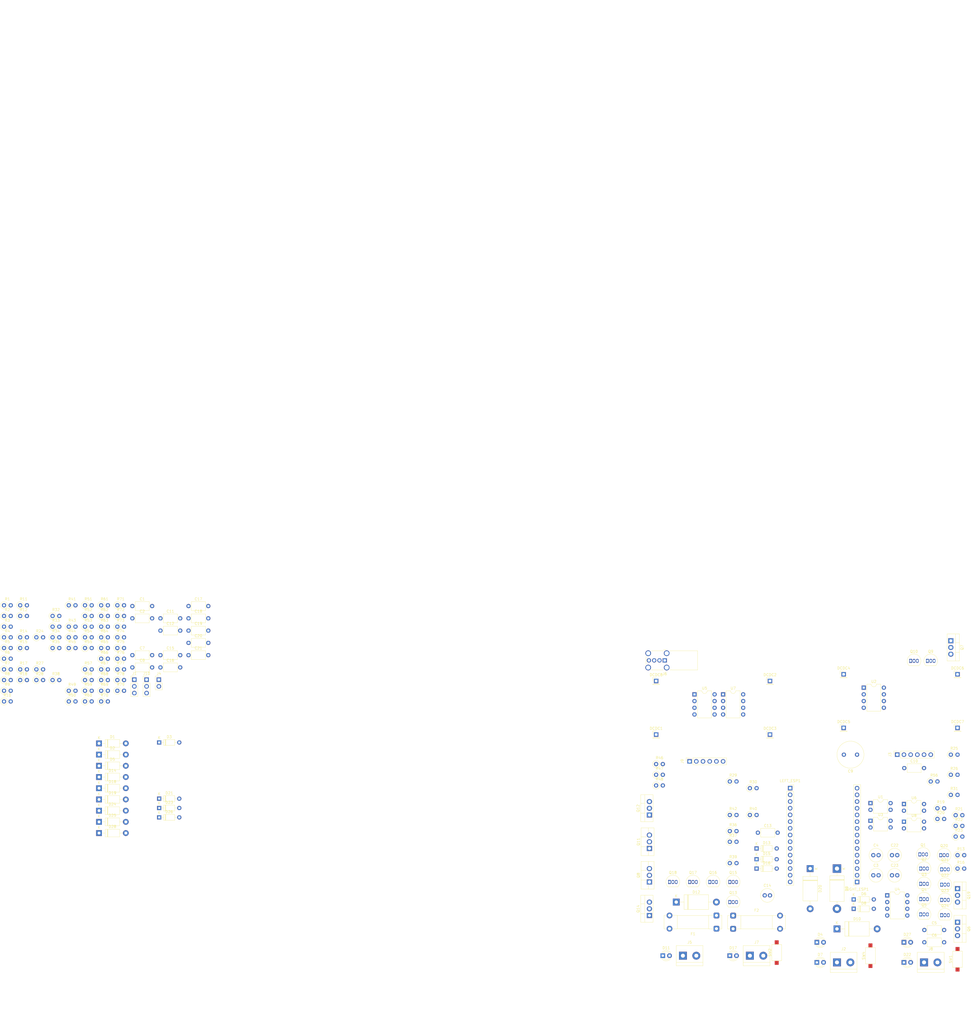
<source format=kicad_pcb>
(kicad_pcb (version 20221018) (generator pcbnew)
  (layers (0 "F.Cu" signal) (31 "B.Cu" signal) (34 "B.Paste" user) (35 "F.Paste" user) (36 "B.SilkS" user "B.Silkscreen") (37 "F.SilkS" user "F.Silkscreen") (38 "B.Mask" user) (39 "F.Mask" user) (44 "Edge.Cuts" user))
  (net 0 "")
  (net 1 "GND")
  (net 2 "+5V")
  (net 3 "Net-(U2-CV)")
  (net 4 "Net-(D1-K)")
  (net 5 "Net-(D5-A)")
  (net 6 "Net-(Q4-C)")
  (net 7 "Net-(D10-A1)")
  (net 8 "Net-(D10-A2)")
  (net 9 "Net-(U2-THR)")
  (net 10 "Net-(Q3-C)")
  (net 11 "VCC")
  (net 12 "Net-(D11-A)")
  (net 13 "Net-(D15-K)")
  (net 14 "Net-(D20-A2)")
  (net 15 "Net-(D20-A1)")
  (net 16 "Net-(Q22-C)")
  (net 17 "Net-(U7-CV)")
  (net 18 "Net-(U7-THR)")
  (net 19 "Net-(Q21-C)")
  (net 20 "Net-(D28-K)")
  (net 21 "Net-(D24-A)")
  (net 22 "ON{slash}OFF 1")
  (net 23 "Net-(D2-K)")
  (net 24 "+3.3V")
  (net 25 "ALARMA SC 1")
  (net 26 "Net-(D4-K)")
  (net 27 "Net-(D4-A)")
  (net 28 "Net-(D6-K)")
  (net 29 "Net-(D6-A)")
  (net 30 "Net-(D7-K)")
  (net 31 "ADC V1")
  (net 32 "Net-(D9-K)")
  (net 33 "Net-(D9-A)")
  (net 34 "Net-(D11-K)")
  (net 35 "Net-(D12-A2)")
  (net 36 "Net-(D13-K)")
  (net 37 "Net-(D14-K)")
  (net 38 "RESET MODEM")
  (net 39 "Net-(D15-A)")
  (net 40 "Net-(D16-K)")
  (net 41 "Net-(D17-K)")
  (net 42 "Net-(D17-A)")
  (net 43 "Net-(D18-K)")
  (net 44 "PWM")
  (net 45 "Net-(D19-K)")
  (net 46 "CORTE BAT")
  (net 47 "ADC V2")
  (net 48 "Net-(D22-K)")
  (net 49 "Net-(D23-K)")
  (net 50 "Net-(D23-A)")
  (net 51 "Net-(D25-K)")
  (net 52 "ALARMA SC 2")
  (net 53 "Net-(D27-K)")
  (net 54 "Net-(D27-A)")
  (net 55 "ON{slash}OFF 2")
  (net 56 "Net-(DCDC2-Pin_1)")
  (net 57 "Net-(J5-Pin_2)")
  (net 58 "Net-(J7-Pin_2)")
  (net 59 "SDA")
  (net 60 "SCL")
  (net 61 "Net-(J6-VBUS)")
  (net 64 "Net-(J7-Pin_1)")
  (net 65 "Net-(J9-Pin_1)")
  (net 76 "Net-(Q1-B)")
  (net 77 "Net-(Q2-B)")
  (net 78 "Net-(Q3-B)")
  (net 79 "Net-(Q4-B)")
  (net 80 "Net-(Q5-B)")
  (net 81 "Net-(Q5-C)")
  (net 82 "Net-(Q6-G)")
  (net 83 "Net-(Q7-G)")
  (net 84 "Net-(Q8-G)")
  (net 85 "Net-(Q9-B)")
  (net 86 "Net-(Q10-B)")
  (net 87 "Net-(Q10-C)")
  (net 88 "Net-(Q11-G)")
  (net 89 "Net-(Q12-G)")
  (net 90 "Net-(Q13-G)")
  (net 91 "Net-(Q13-D)")
  (net 92 "Net-(Q14-G)")
  (net 93 "Net-(Q15-B)")
  (net 94 "Net-(Q15-E)")
  (net 95 "Net-(Q17-B)")
  (net 96 "Net-(Q17-C)")
  (net 97 "Net-(Q18-B)")
  (net 98 "Net-(Q18-C)")
  (net 99 "Net-(Q19-G)")
  (net 100 "Net-(Q20-B)")
  (net 101 "Net-(Q20-C)")
  (net 102 "Net-(Q21-B)")
  (net 103 "Net-(Q22-B)")
  (net 104 "Net-(Q23-B)")
  (net 105 "Net-(Q24-B)")
  (net 106 "Net-(U2-Q)")
  (net 107 "Net-(R8-Pad2)")
  (net 108 "Net-(U2-DIS)")
  (net 109 "Net-(R15-Pad2)")
  (net 110 "Net-(R16-Pad1)")
  (net 111 "Net-(U4A--)")
  (net 112 "Net-(R45-Pad2)")
  (net 113 "Net-(U5A--)")
  (net 114 "Net-(R64-Pad1)")
  (net 115 "Net-(U7-DIS)")
  (net 116 "Net-(R69-Pad2)")
  (net 117 "Net-(R72-Pad2)")
  (net 118 "Net-(U7-Q)")
  (footprint "Package_DIP:DIP-8_W7.62mm" (layer "F.Cu") (at 200.66 48.26)
    (fp_text reference "U2" (at 3.81 -2.33) (layer "F.SilkS"))
    (fp_text value "NE555P")
    (pad "1" thru_hole rect (at 0 0) (size 1.6 1.6) (drill 0.8) (layers "*.Cu" "*.Mask") (net 1 "GND"))
    (pad "2" thru_hole oval (at 0 2.54) (size 1.6 1.6) (drill 0.8) (layers "*.Cu" "*.Mask") (net 10 "Net-(Q3-C)"))
    (pad "3" thru_hole oval (at 0 5.08) (size 1.6 1.6) (drill 0.8) (layers "*.Cu" "*.Mask") (net 106 "Net-(U2-Q)"))
    (pad "4" thru_hole oval (at 0 7.62) (size 1.6 1.6) (drill 0.8) (layers "*.Cu" "*.Mask") (net 2 "+5V"))
    (pad "5" thru_hole oval (at 7.62 7.62) (size 1.6 1.6) (drill 0.8) (layers "*.Cu" "*.Mask") (net 3 "Net-(U2-CV)"))
    (pad "6" thru_hole oval (at 7.62 5.08) (size 1.6 1.6) (drill 0.8) (layers "*.Cu" "*.Mask") (net 9 "Net-(U2-THR)"))
    (pad "7" thru_hole oval (at 7.62 2.54) (size 1.6 1.6) (drill 0.8) (layers "*.Cu" "*.Mask") (net 108 "Net-(U2-DIS)"))
    (pad "8" thru_hole oval (at 7.62 0) (size 1.6 1.6) (drill 0.8) (layers "*.Cu" "*.Mask") (net 2 "+5V"))
  )
  (footprint "Resistor_THT:R_Axial_DIN0207_L6.3mm_D2.5mm_P2.54mm_Vertical" (layer "F.Cu") (at -82.39 33.23)
    (fp_text reference "R75" (at 1.27 -2.37) (layer "F.SilkS"))
    (fp_text value "10k")
    (pad "1" thru_hole circle (at 0 0) (size 1.6 1.6) (drill 0.8) (layers "*.Cu" "*.Mask") (net 118 "Net-(U7-Q)"))
    (pad "2" thru_hole oval (at 2.54 0) (size 1.6 1.6) (drill 0.8) (layers "*.Cu" "*.Mask") (net 105 "Net-(Q24-B)"))
  )
  (footprint "Resistor_THT:R_Axial_DIN0207_L6.3mm_D2.5mm_P2.54mm_Vertical" (layer "F.Cu") (at -113.09 29.18)
    (fp_text reference "R24" (at 1.27 -2.37) (layer "F.SilkS"))
    (fp_text value "1M")
    (pad "1" thru_hole circle (at 0 0) (size 1.6 1.6) (drill 0.8) (layers "*.Cu" "*.Mask") (net 10 "Net-(Q3-C)"))
    (pad "2" thru_hole oval (at 2.54 0) (size 1.6 1.6) (drill 0.8) (layers "*.Cu" "*.Mask") (net 1 "GND"))
  )
  (footprint "Resistor_THT:R_Axial_DIN0207_L6.3mm_D2.5mm_P2.54mm_Vertical" (layer "F.Cu") (at -106.95 29.18)
    (fp_text reference "R34" (at 1.27 -2.37) (layer "F.SilkS"))
    (fp_text value "10k")
    (pad "1" thru_hole circle (at 0 0) (size 1.6 1.6) (drill 0.8) (layers "*.Cu" "*.Mask") (net 37 "Net-(D14-K)"))
    (pad "2" thru_hole oval (at 2.54 0) (size 1.6 1.6) (drill 0.8) (layers "*.Cu" "*.Mask") (net 86 "Net-(Q10-B)"))
  )
  (footprint "Resistor_THT:R_Axial_DIN0207_L6.3mm_D2.5mm_P2.54mm_Vertical" (layer "F.Cu") (at 233.68 73.66)
    (fp_text reference "R25" (at 1.27 -2.37) (layer "F.SilkS"))
    (fp_text value "0,1 (2w)")
    (pad "1" thru_hole circle (at 0 0) (size 1.6 1.6) (drill 0.8) (layers "*.Cu" "*.Mask") (net 32 "Net-(D9-K)"))
    (pad "2" thru_hole oval (at 2.54 0) (size 1.6 1.6) (drill 0.8) (layers "*.Cu" "*.Mask") (net 11 "VCC"))
  )
  (footprint "Capacitor_THT:C_Axial_L5.1mm_D3.1mm_P7.50mm_Horizontal" (layer "F.Cu") (at -76.7 21.98)
    (fp_text reference "C2" (at 3.75 -2.67) (layer "F.SilkS"))
    (fp_text value "10nf")
    (pad "1" thru_hole circle (at 0 0) (size 1.6 1.6) (drill 0.8) (layers "*.Cu" "*.Mask") (net 3 "Net-(U2-CV)"))
    (pad "2" thru_hole oval (at 7.5 0) (size 1.6 1.6) (drill 0.8) (layers "*.Cu" "*.Mask") (net 1 "GND"))
  )
  (footprint "Resistor_THT:R_Axial_DIN0207_L6.3mm_D2.5mm_P2.54mm_Vertical" (layer "F.Cu") (at 121.92 77.23)
    (fp_text reference "R46" (at 1.27 -2.37) (layer "F.SilkS"))
    (fp_text value "0,1 (2w)")
    (pad "1" thru_hole circle (at 0 0) (size 1.6 1.6) (drill 0.8) (layers "*.Cu" "*.Mask") (net 65 "Net-(J9-Pin_1)"))
    (pad "2" thru_hole oval (at 2.54 0) (size 1.6 1.6) (drill 0.8) (layers "*.Cu" "*.Mask") (net 42 "Net-(D17-A)"))
  )
  (footprint "Capacitor_THT:C_Axial_L5.1mm_D3.1mm_P7.50mm_Horizontal" (layer "F.Cu") (at -55.4 21.98)
    (fp_text reference "C18" (at 3.75 -2.67) (layer "F.SilkS"))
    (fp_text value "100nf")
    (pad "1" thru_hole circle (at 0 0) (size 1.6 1.6) (drill 0.8) (layers "*.Cu" "*.Mask") (net 1 "GND"))
    (pad "2" thru_hole oval (at 7.5 0) (size 1.6 1.6) (drill 0.8) (layers "*.Cu" "*.Mask") (net 16 "Net-(Q22-C)"))
  )
  (footprint "Diode_THT:D_DO-201AD_P15.24mm_Horizontal" (layer "F.Cu") (at 190.5 116.84 -90)
    (fp_text reference "D9" (at 7.62 -3.72 90) (layer "F.SilkS"))
    (fp_text value "1N5822")
    (fp_text user "K" (at 0 -2.6 90) (layer "F.SilkS"))
    (pad "1" thru_hole rect (at 0 0 270) (size 3.2 3.2) (drill 1.6) (layers "*.Cu" "*.Mask") (net 32 "Net-(D9-K)"))
    (pad "2" thru_hole oval (at 15.24 0 270) (size 3.2 3.2) (drill 1.6) (layers "*.Cu" "*.Mask") (net 33 "Net-(D9-A)"))
  )
  (footprint "Connector_PinSocket_2.54mm:PinSocket_1x15_P2.54mm_Vertical" (layer "F.Cu") (at 172.745 86.33)
    (fp_text reference "LEFT_ESP1" (at 0 -2.77) (layer "F.SilkS"))
    (fp_text value "L ESP")
    (pad "1" thru_hole rect (at 0 0) (size 1.7 1.7) (drill 1) (layers "*.Cu" "*.Mask"))
    (pad "2" thru_hole oval (at 0 2.54) (size 1.7 1.7) (drill 1) (layers "*.Cu" "*.Mask") (net 31 "ADC V1"))
    (pad "3" thru_hole oval (at 0 5.08) (size 1.7 1.7) (drill 1) (layers "*.Cu" "*.Mask") (net 47 "ADC V2"))
    (pad "4" thru_hole oval (at 0 7.62) (size 1.7 1.7) (drill 1) (layers "*.Cu" "*.Mask"))
    (pad "5" thru_hole oval (at 0 10.16) (size 1.7 1.7) (drill 1) (layers "*.Cu" "*.Mask"))
    (pad "6" thru_hole oval (at 0 12.7) (size 1.7 1.7) (drill 1) (layers "*.Cu" "*.Mask") (net 38 "RESET MODEM"))
    (pad "7" thru_hole oval (at 0 15.24) (size 1.7 1.7) (drill 1) (layers "*.Cu" "*.Mask"))
    (pad "8" thru_hole oval (at 0 17.78) (size 1.7 1.7) (drill 1) (layers "*.Cu" "*.Mask"))
    (pad "9" thru_hole oval (at 0 20.32) (size 1.7 1.7) (drill 1) (layers "*.Cu" "*.Mask"))
    (pad "10" thru_hole oval (at 0 22.86) (size 1.7 1.7) (drill 1) (layers "*.Cu" "*.Mask"))
    (pad "11" thru_hole oval (at 0 25.4) (size 1.7 1.7) (drill 1) (layers "*.Cu" "*.Mask"))
    (pad "12" thru_hole oval (at 0 27.94) (size 1.7 1.7) (drill 1) (layers "*.Cu" "*.Mask"))
    (pad "13" thru_hole oval (at 0 30.48) (size 1.7 1.7) (drill 1) (layers "*.Cu" "*.Mask"))
    (pad "14" thru_hole oval (at 0 33.02) (size 1.7 1.7) (drill 1) (layers "*.Cu" "*.Mask") (net 1 "GND"))
    (pad "15" thru_hole oval (at 0 35.56) (size 1.7 1.7) (drill 1) (layers "*.Cu" "*.Mask") (net 2 "+5V"))
  )
  (footprint "Connector_PinHeader_2.54mm:PinHeader_1x01_P2.54mm_Vertical" (layer "F.Cu") (at 121.92 66.04)
    (fp_text reference "DCDC1" (at 0 -2.33) (layer "F.SilkS"))
    (fp_text value "IN-")
    (pad "1" thru_hole rect (at 0 0) (size 1.7 1.7) (drill 1) (layers "*.Cu" "*.Mask") (net 1 "GND"))
  )
  (footprint "Diode_THT:D_DO-35_SOD27_P7.62mm_Horizontal" (layer "F.Cu") (at -66.53 69.03)
    (fp_text reference "D3" (at 3.81 -2.12) (layer "F.SilkS"))
    (fp_text value "3.3")
    (fp_text user "K" (at 0 -1.8) (layer "F.SilkS"))
    (pad "1" thru_hole rect (at 0 0) (size 1.6 1.6) (drill 0.8) (layers "*.Cu" "*.Mask") (net 25 "ALARMA SC 1"))
    (pad "2" thru_hole oval (at 7.62 0) (size 1.6 1.6) (drill 0.8) (layers "*.Cu" "*.Mask") (net 1 "GND"))
  )
  (footprint "Package_TO_SOT_THT:TO-92_Inline" (layer "F.Cu") (at 142.24 121.92)
    (fp_text reference "Q16" (at 1.27 -3.56) (layer "F.SilkS"))
    (fp_text value "BC327")
    (pad "1" thru_hole rect (at 0 0) (size 1.05 1.5) (drill 0.75) (layers "*.Cu" "*.Mask") (net 1 "GND"))
    (pad "2" thru_hole oval (at 1.27 0) (size 1.05 1.5) (drill 0.75) (layers "*.Cu" "*.Mask") (net 93 "Net-(Q15-B)"))
    (pad "3" thru_hole oval (at 2.54 0) (size 1.05 1.5) (drill 0.75) (layers "*.Cu" "*.Mask") (net 94 "Net-(Q15-E)"))
  )
  (footprint "Package_TO_SOT_THT:TO-92_Inline" (layer "F.Cu") (at 230.19 128.72)
    (fp_text reference "Q23" (at 1.27 -3.56) (layer "F.SilkS"))
    (fp_text value "BC557")
    (pad "1" thru_hole rect (at 0 0) (size 1.05 1.5) (drill 0.75) (layers "*.Cu" "*.Mask") (net 52 "ALARMA SC 2"))
    (pad "2" thru_hole oval (at 1.27 0) (size 1.05 1.5) (drill 0.75) (layers "*.Cu" "*.Mask") (net 104 "Net-(Q23-B)"))
    (pad "3" thru_hole oval (at 2.54 0) (size 1.05 1.5) (drill 0.75) (layers "*.Cu" "*.Mask") (net 51 "Net-(D25-K)"))
  )
  (footprint "Resistor_THT:R_Axial_DIN0207_L6.3mm_D2.5mm_P2.54mm_Vertical" (layer "F.Cu") (at -125.37 53.48)
    (fp_text reference "R10" (at 1.27 -2.37) (layer "F.SilkS"))
    (fp_text value "10k")
    (pad "1" thru_hole circle (at 0 0) (size 1.6 1.6) (drill 0.8) (layers "*.Cu" "*.Mask") (net 79 "Net-(Q4-B)"))
    (pad "2" thru_hole oval (at 2.54 0) (size 1.6 1.6) (drill 0.8) (layers "*.Cu" "*.Mask") (net 108 "Net-(U2-DIS)"))
  )
  (footprint "Diode_THT:D_DO-41_SOD81_P10.16mm_Horizontal" (layer "F.Cu") (at -89.34 103.38)
    (fp_text reference "D28" (at 5.08 -2.47) (layer "F.SilkS"))
    (fp_text value "1N5819")
    (fp_text user "K" (at 0 -2.1) (layer "F.SilkS"))
    (pad "1" thru_hole rect (at 0 0) (size 2.2 2.2) (drill 1.1) (layers "*.Cu" "*.Mask") (net 20 "Net-(D28-K)"))
    (pad "2" thru_hole oval (at 10.16 0) (size 2.2 2.2) (drill 1.1) (layers "*.Cu" "*.Mask") (net 55 "ON{slash}OFF 2"))
  )
  (footprint "Connector_PinHeader_2.54mm:PinHeader_1x03_P2.54mm_Vertical" (layer "F.Cu") (at -75.95 45.23)
    (fp_text reference "J1" (at 0 -2.33) (layer "F.SilkS"))
    (fp_text value "Conn_01x03_Pin")
    (pad "1" thru_hole rect (at 0 0) (size 1.7 1.7) (drill 1) (layers "*.Cu" "*.Mask") (net 2 "+5V"))
    (pad "2" thru_hole oval (at 0 2.54) (size 1.7 1.7) (drill 1) (layers "*.Cu" "*.Mask") (net 28 "Net-(D6-K)"))
    (pad "3" thru_hole oval (at 0 5.08) (size 1.7 1.7) (drill 1) (layers "*.Cu" "*.Mask") (net 11 "VCC"))
  )
  (footprint "Resistor_THT:R_Axial_DIN0207_L6.3mm_D2.5mm_P2.54mm_Vertical" (layer "F.Cu") (at -88.53 37.28)
    (fp_text reference "R66" (at 1.27 -2.37) (layer "F.SilkS"))
    (fp_text value "220k")
    (pad "1" thru_hole circle (at 0 0) (size 1.6 1.6) (drill 0.8) (layers "*.Cu" "*.Mask") (net 49 "Net-(D23-K)"))
    (pad "2" thru_hole oval (at 2.54 0) (size 1.6 1.6) (drill 0.8) (layers "*.Cu" "*.Mask") (net 50 "Net-(D23-A)"))
  )
  (footprint "Button_Switch_SMD:SW_SPST_CK_RS282G05A3" (layer "F.Cu") (at 167.64 148.68 90)
    (fp_text reference "SW2" (at 0 -2.6 90) (layer "F.SilkS"))
    (fp_text value "RESET MANUAL")
    (pad "1" smd rect (at -3.9 0 90) (size 1.5 1.5) (layers "F.Cu" "F.Paste" "F.Mask") (net 112 "Net-(R45-Pad2)"))
    (pad "2" smd rect (at 3.9 0 90) (size 1.5 1.5) (layers "F.Cu" "F.Paste" "F.Mask") (net 13 "Net-(D15-K)"))
  )
  (footprint "Resistor_THT:R_Axial_DIN0207_L6.3mm_D2.5mm_P2.54mm_Vertical" (layer "F.Cu") (at -82.39 49.43)
    (fp_text reference "R79" (at 1.27 -2.37) (layer "F.SilkS"))
    (fp_text value "100k")
    (pad "1" thru_hole circle (at 0 0) (size 1.6 1.6) (drill 0.8) (layers "*.Cu" "*.Mask") (net 1 "GND"))
    (pad "2" thru_hole oval (at 2.54 0) (size 1.6 1.6) (drill 0.8) (layers "*.Cu" "*.Mask") (net 52 "ALARMA SC 2"))
  )
  (footprint "Resistor_THT:R_Axial_DIN0207_L6.3mm_D2.5mm_P2.54mm_Vertical" (layer "F.Cu") (at -100.81 33.23)
    (fp_text reference "R45" (at 1.27 -2.37) (layer "F.SilkS"))
    (fp_text value "10k")
    (pad "1" thru_hole circle (at 0 0) (size 1.6 1.6) (drill 0.8) (layers "*.Cu" "*.Mask") (net 98 "Net-(Q18-C)"))
    (pad "2" thru_hole oval (at 2.54 0) (size 1.6 1.6) (drill 0.8) (layers "*.Cu" "*.Mask") (net 112 "Net-(R45-Pad2)"))
  )
  (footprint "Package_DIP:DIP-8_W7.62mm" (layer "F.Cu") (at 136.47 50.8)
    (fp_text reference "U5" (at 3.81 -2.33) (layer "F.SilkS"))
    (fp_text value "LM358")
    (pad "1" thru_hole rect (at 0 0) (size 1.6 1.6) (drill 0.8) (layers "*.Cu" "*.Mask") (net 18 "Net-(U7-THR)"))
    (pad "2" thru_hole oval (at 0 2.54) (size 1.6 1.6) (drill 0.8) (layers "*.Cu" "*.Mask") (net 113 "Net-(U5A--)"))
    (pad "3" thru_hole oval (at 0 5.08) (size 1.6 1.6) (drill 0.8) (layers "*.Cu" "*.Mask") (net 14 "Net-(D20-A2)"))
    (pad "4" thru_hole oval (at 0 7.62) (size 1.6 1.6) (drill 0.8) (layers "*.Cu" "*.Mask") (net 1 "GND"))
    (pad "5" thru_hole oval (at 7.62 7.62) (size 1.6 1.6) (drill 0.8) (layers "*.Cu" "*.Mask"))
    (pad "6" thru_hole oval (at 7.62 5.08) (size 1.6 1.6) (drill 0.8) (layers "*.Cu" "*.Mask"))
    (pad "7" thru_hole oval (at 7.62 2.54) (size 1.6 1.6) (drill 0.8) (layers "*.Cu" "*.Mask"))
    (pad "8" thru_hole oval (at 7.62 0) (size 1.6 1.6) (drill 0.8) (layers "*.Cu" "*.Mask") (net 2 "+5V"))
  )
  (footprint "Resistor_THT:R_Axial_DIN0207_L6.3mm_D2.5mm_P2.54mm_Vertical" (layer "F.Cu") (at -88.53 21.08)
    (fp_text reference "R62" (at 1.27 -2.37) (layer "F.SilkS"))
    (fp_text value "220k (1%)")
    (pad "1" thru_hole circle (at 0 0) (size 1.6 1.6) (drill 0.8) (layers "*.Cu" "*.Mask") (net 113 "Net-(U5A--)"))
    (pad "2" thru_hole oval (at 2.54 0) (size 1.6 1.6) (drill 0.8) (layers "*.Cu" "*.Mask") (net 18 "Net-(U7-THR)"))
  )
  (footprint "Connector_PinHeader_2.54mm:PinHeader_1x01_P2.54mm_Vertical" (layer "F.Cu") (at 193.04 63.5)
    (fp_text reference "DCDC5" (at 0 -2.33) (layer "F.SilkS"))
    (fp_text value "IN-")
    (pad "1" thru_hole rect (at 0 0) (size 1.7 1.7) (drill 1) (layers "*.Cu" "*.Mask") (net 1 "GND"))
  )
  (footprint "Capacitor_THT:C_Axial_L5.1mm_D3.1mm_P7.50mm_Horizontal" (layer "F.Cu") (at -76.7 35.93)
    (fp_text reference "C7" (at 3.75 -2.67) (layer "F.SilkS"))
    (fp_text value "10nf")
    (pad "1" thru_hole circle (at 0 0) (size 1.6 1.6) (drill 0.8) (layers "*.Cu" "*.Mask") (net 9 "Net-(U2-THR)"))
    (pad "2" thru_hole oval (at 7.5 0) (size 1.6 1.6) (drill 0.8) (layers "*.Cu" "*.Mask") (net 1 "GND"))
  )
  (footprint "LED_THT:LED_D3.0mm_IRBlack" (layer "F.Cu") (at 182.88 144.78)
    (fp_text reference "D4" (at 1.27 -2.96) (layer "F.SilkS"))
    (fp_text value "LED ROJO")
    (pad "1" thru_hole rect (at 0 0) (size 1.8 1.8) (drill 0.9) (layers "*.Cu" "*.Mask") (net 26 "Net-(D4-K)"))
    (pad "2" thru_hole circle (at 2.54 0) (size 1.8 1.8) (drill 0.9) (layers "*.Cu" "*.Mask") (net 27 "Net-(D4-A)"))
  )
  (footprint "Resistor_THT:R_Axial_DIN0207_L6.3mm_D2.5mm_P2.54mm_Vertical" (layer "F.Cu") (at -106.95 45.38)
    (fp_text reference "R38" (at 1.27 -2.37) (layer "F.SilkS"))
    (fp_text value "470k")
    (pad "1" thru_hole circle (at 0 0) (size 1.6 1.6) (drill 0.8) (layers "*.Cu" "*.Mask") (net 41 "Net-(D17-K)"))
    (pad "2" thru_hole oval (at 2.54 0) (size 1.6 1.6) (drill 0.8) (layers "*.Cu" "*.Mask") (net 1 "GND"))
  )
  (footprint "Resistor_THT:R_Axial_DIN0207_L6.3mm_D2.5mm_P2.54mm_Vertical" (layer "F.Cu") (at -88.53 33.23)
    (fp_text reference "R65" (at 1.27 -2.37) (layer "F.SilkS"))
    (fp_text value "220")
    (pad "1" thru_hole circle (at 0 0) (size 1.6 1.6) (drill 0.8) (layers "*.Cu" "*.Mask") (net 101 "Net-(Q20-C)"))
    (pad "2" thru_hole oval (at 2.54 0) (size 1.6 1.6) (drill 0.8) (layers "*.Cu" "*.Mask") (net 50 "Net-(D23-A)"))
  )
  (footprint "Capacitor_THT:C_Axial_L5.1mm_D3.1mm_P7.50mm_Horizontal" (layer "F.Cu") (at -55.4 17.33)
    (fp_text reference "C17" (at 3.75 -2.67) (layer "F.SilkS"))
    (fp_text value "100nf")
    (pad "1" thru_hole circle (at 0 0) (size 1.6 1.6) (drill 0.8) (layers "*.Cu" "*.Mask") (net 1 "GND"))
    (pad "2" thru_hole oval (at 7.5 0) (size 1.6 1.6) (drill 0.8) (layers "*.Cu" "*.Mask") (net 2 "+5V"))
  )
  (footprint "Resistor_THT:R_Axial_DIN0207_L6.3mm_D2.5mm_P2.54mm_Vertical" (layer "F.Cu") (at 235.51 96.61)
    (fp_text reference "R21" (at 1.27 -2.37) (layer "F.SilkS"))
    (fp_text value "0.1 (0.5W)")
    (pad "1" thru_hole circle (at 0 0) (size 1.6 1.6) (drill 0.8) (layers "*.Cu" "*.Mask") (net 8 "Net-(D10-A2)"))
    (pad "2" thru_hole oval (at 2.54 0) (size 1.6 1.6) (drill 0.8) (layers "*.Cu" "*.Mask") (net 1 "GND"))
  )
  (footprint "Package_TO_SOT_THT:TO-92_Inline" (layer "F.Cu") (at 221.93 111.46)
    (fp_text reference "Q1" (at 1.27 -3.56) (layer "F.SilkS"))
    (fp_text value "BC557")
    (pad "1" thru_hole rect (at 0 0) (size 1.05 1.5) (drill 0.75) (layers "*.Cu" "*.Mask") (net 25 "ALARMA SC 1"))
    (pad "2" thru_hole oval (at 1.27 0) (size 1.05 1.5) (drill 0.75) (layers "*.Cu" "*.Mask") (net 76 "Net-(Q1-B)"))
    (pad "3" thru_hole oval (at 2.54 0) (size 1.05 1.5) (drill 0.75) (layers "*.Cu" "*.Mask") (net 23 "Net-(D2-K)"))
  )
  (footprint "Resistor_THT:R_Axial_DIN0207_L6.3mm_D2.5mm_P2.54mm_Vertical" (layer "F.Cu") (at 121.92 85.33)
    (fp_text reference "R48" (at 1.27 -2.37) (layer "F.SilkS"))
    (fp_text value "0,1 (2w)")
    (pad "1" thru_hole circle (at 0 0) (size 1.6 1.6) (drill 0.8) (layers "*.Cu" "*.Mask") (net 65 "Net-(J9-Pin_1)"))
    (pad "2" thru_hole oval (at 2.54 0) (size 1.6 1.6) (drill 0.8) (layers "*.Cu" "*.Mask") (net 42 "Net-(D17-A)"))
  )
  (footprint "Resistor_THT:R_Axial_DIN0207_L6.3mm_D2.5mm_P2.54mm_Vertical" (layer "F.Cu") (at 235.51 104.71)
    (fp_text reference "R23" (at 1.27 -2.37) (layer "F.SilkS"))
    (fp_text value "220k (1%)")
    (pad "1" thru_hole circle (at 0 0) (size 1.6 1.6) (drill 0.8) (layers "*.Cu" "*.Mask") (net 111 "Net-(U4A--)"))
    (pad "2" thru_hole oval (at 2.54 0) (size 1.6 1.6) (drill 0.8) (layers "*.Cu" "*.Mask") (net 9 "Net-(U2-THR)"))
  )
  (footprint "Resistor_THT:R_Axial_DIN0207_L6.3mm_D2.5mm_P2.54mm_Vertical" (layer "F.Cu") (at -113.09 45.38)
    (fp_text reference "R28" (at 1.27 -2.37) (layer "F.SilkS"))
    (fp_text value "470k")
    (pad "1" thru_hole circle (at 0 0) (size 1.6 1.6) (drill 0.8) (layers "*.Cu" "*.Mask") (net 34 "Net-(D11-K)"))
    (pad "2" thru_hole oval (at 2.54 0) (size 1.6 1.6) (drill 0.8) (layers "*.Cu" "*.Mask") (net 1 "GND"))
  )
  (footprint "Resistor_THT:R_Axial_DIN0207_L6.3mm_D2.5mm_P2.54mm_Vertical" (layer "F.Cu") (at -82.39 45.38)
    (fp_text reference "R78" (at 1.27 -2.37) (layer "F.SilkS"))
    (fp_text value "10k")
    (pad "1" thru_hole circle (at 0 0) (size 1.6 1.6) (drill 0.8) (layers "*.Cu" "*.Mask") (net 1 "GND"))
    (pad "2" thru_hole oval (at 2.54 0) (size 1.6 1.6) (drill 0.8) (layers "*.Cu" "*.Mask") (net 20 "Net-(D28-K)"))
  )
  (footprint "Resistor_THT:R_Axial_DIN0207_L6.3mm_D2.5mm_P2.54mm_Vertical" (layer "F.Cu") (at -94.67 25.13)
    (fp_text reference "R53" (at 1.27 -2.37) (layer "F.SilkS"))
    (fp_text value "10k")
    (pad "1" thru_hole circle (at 0 0) (size 1.6 1.6) (drill 0.8) (layers "*.Cu" "*.Mask") (net 43 "Net-(D18-K)"))
    (pad "2" thru_hole oval (at 2.54 0) (size 1.6 1.6) (drill 0.8) (layers "*.Cu" "*.Mask") (net 95 "Net-(Q17-B)"))
  )
  (footprint "Package_TO_SOT_THT:TO-92_Inline" (layer "F.Cu") (at 149.86 121.92)
    (fp_text reference "Q15" (at 1.27 -3.56) (layer "F.SilkS"))
    (fp_text value "BC337")
    (pad "1" thru_hole rect (at 0 0) (size 1.05 1.5) (drill 0.75) (layers "*.Cu" "*.Mask") (net 11 "VCC"))
    (pad "2" thru_hole oval (at 1.27 0) (size 1.05 1.5) (drill 0.75) (layers "*.Cu" "*.Mask") (net 93 "Net-(Q15-B)"))
    (pad "3" thru_hole oval (at 2.54 0) (size 1.05 1.5) (drill 0.75) (layers "*.Cu" "*.Mask") (net 94 "Net-(Q15-E)"))
  )
  (footprint "Resistor_THT:R_Axial_DIN0207_L6.3mm_D2.5mm_P2.54mm_Vertical" (layer "F.Cu") (at -100.81 29.18)
    (fp_text reference "R44" (at 1.27 -2.37) (layer "F.SilkS"))
    (fp_text value "1M")
    (pad "1" thru_hole circle (at 0 0) (size 1.6 1.6) (drill 0.8) (layers "*.Cu" "*.Mask") (net 98 "Net-(Q18-C)"))
    (pad "2" thru_hole oval (at 2.54 0) (size 1.6 1.6) (drill 0.8) (layers "*.Cu" "*.Mask") (net 11 "VCC"))
  )
  (footprint "Resistor_THT:R_Axial_DIN0207_L6.3mm_D2.5mm_P2.54mm_Vertical" (layer "F.Cu") (at 149.86 114.78)
    (fp_text reference "R39" (at 1.27 -2.37) (layer "F.SilkS"))
    (fp_text value "10")
    (pad "1" thru_hole circle (at 0 0) (size 1.6 1.6) (drill 0.8) (layers "*.Cu" "*.Mask") (net 89 "Net-(Q12-G)"))
    (pad "2" thru_hole oval (at 2.54 0) (size 1.6 1.6) (drill 0.8) (layers "*.Cu" "*.Mask") (net 39 "Net-(D15-A)"))
  )
  (footprint "Package_TO_SOT_THT:TO-220F-3_Vertical" (layer "F.Cu") (at 119.38 121.92 90)
    (fp_text reference "Q8" (at 2.54 -4.1675 90) (layer "F.SilkS"))
    (fp_text value "IRLIZ44N")
    (pad "1" thru_hole rect (at 0 0 90) (size 1.905 2) (drill 1.2) (layers "*.Cu" "*.Mask") (net 84 "Net-(Q8-G)"))
    (pad "2" thru_hole oval (at 2.54 0 90) (size 1.905 2) (drill 1.2) (layers "*.Cu" "*.Mask") (net 35 "Net-(D12-A2)"))
    (pad "3" thru_hole oval (at 5.08 0 90) (size 1.905 2) (drill 1.2) (layers "*.Cu" "*.Mask") (net 1 "GND"))
  )
  (footprint "Resistor_THT:R_Axial_DIN0207_L6.3mm_D2.5mm_P2.54mm_Vertical" (layer "F.Cu") (at -113.09 41.33)
    (fp_text reference "R27" (at 1.27 -2.37) (layer "F.SilkS"))
    (fp_text value "10k")
    (pad "1" thru_hole circle (at 0 0) (size 1.6 1.6) (drill 0.8) (layers "*.Cu" "*.Mask") (net 87 "Net-(Q10-C)"))
    (pad "2" thru_hole oval (at 2.54 0) (size 1.6 1.6) (drill 0.8) (layers "*.Cu" "*.Mask") (net 85 "Net-(Q9-B)"))
  )
  (footprint "Resistor_THT:R_Axial_DIN0207_L6.3mm_D2.5mm_P2.54mm_Vertical" (layer "F.Cu") (at -125.37 37.28)
    (fp_text reference "R6" (at 1.27 -2.37) (layer "F.SilkS"))
    (fp_text value "10k")
    (pad "1" thru_hole circle (at 0 0) (size 1.6 1.6) (drill 0.8) (layers "*.Cu" "*.Mask") (net 1 "GND"))
    (pad "2" thru_hole oval (at 2.54 0) (size 1.6 1.6) (drill 0.8) (layers "*.Cu" "*.Mask") (net 5 "Net-(D5-A)"))
  )
  (footprint "LED_THT:LED_D3.0mm_IRBlack" (layer "F.Cu") (at 215.9 144.78)
    (fp_text reference "D27" (at 1.27 -2.96) (layer "F.SilkS"))
    (fp_text value "LED ROJO")
    (pad "1" thru_hole rect (at 0 0) (size 1.8 1.8) (drill 0.9) (layers "*.Cu" "*.Mask") (net 53 "Net-(D27-K)"))
    (pad "2" thru_hole circle (at 2.54 0) (size 1.8 1.8) (drill 0.9) (layers "*.Cu" "*.Mask") (net 54 "Net-(D27-A)"))
  )
  (footprint "Diode_THT:D_DO-41_SOD81_P10.16mm_Horizontal" (layer "F.Cu") (at -89.34 69.38)
    (fp_text reference "D1" (at 5.08 -2.47) (layer "F.SilkS"))
    (fp_text value "1N5819")
    (fp_text user "K" (at 0 -2.1) (layer "F.SilkS"))
    (pad "1" thru_hole rect (at 0 0) (size 2.2 2.2) (drill 1.1) (layers "*.Cu" "*.Mask") (net 4 "Net-(D1-K)"))
    (pad "2" thru_hole oval (at 10.16 0) (size 2.2 2.2) (drill 1.1) (layers "*.Cu" "*.Mask") (net 22 "ON{slash}OFF 1"))
  )
  (footprint "Package_DIP:DIP-8_W7.62mm" (layer "F.Cu") (at 147.32 50.8)
    (fp_text reference "U7" (at 3.81 -2.33) (layer "F.SilkS"))
    (fp_text value "NE555P")
    (pad "1" thru_hole rect (at 0 0) (size 1.6 1.6) (drill 0.8) (layers "*.Cu" "*.Mask") (net 1 "GND"))
    (pad "2" thru_hole oval (at 0 2.54) (size 1.6 1.6) (drill 0.8) (layers "*.Cu" "*.Mask") (net 16 "Net-(Q22-C)"))
    (pad "3" thru_hole oval (at 0 5.08) (size 1.6 1.6) (drill 0.8) (layers "*.Cu" "*.Mask") (net 118 "Net-(U7-Q)"))
    (pad "4" thru_hole oval (at 0 7.62) (size 1.6 1.6) (drill 0.8) (layers "*.Cu" "*.Mask") (net 2 "+5V"))
    (pad "5" thru_hole oval (at 7.62 7.62) (size 1.6 1.6) (drill 0.8) (layers "*.Cu" "*.Mask") (net 17 "Net-(U7-CV)"))
    (pad "6" thru_hole oval (at 7.62 5.08) (size 1.6 1.6) (drill 0.8) (layers "*.Cu" "*.Mask") (net 18 "Net-(U7-THR)"))
    (pad "7" thru_hole oval (at 7.62 2.54) (size 1.6 1.6) (drill 0.8) (layers "*.Cu" "*.Mask") (net 115 "Net-(U7-DIS)"))
    (pad "8" thru_hole oval (at 7.62 0) (size 1.6 1.6) (drill 0.8) (layers "*.Cu" "*.Mask") (net 2 "+5V"))
  )
  (footprint "Resistor_THT:R_Axial_DIN0207_L6.3mm_D2.5mm_P2.54mm_Vertical" (layer "F.Cu") (at -125.37 49.43)
    (fp_text reference "R9" (at 1.27 -2.37) (layer "F.SilkS"))
    (fp_text value "220k")
    (pad "1" thru_hole circle (at 0 0) (size 1.6 1.6) (drill 0.8) (layers "*.Cu" "*.Mask") (net 6 "Net-(Q4-C)"))
    (pad "2" thru_hole oval (at 2.54 0) (size 1.6 1.6) (drill 0.8) (layers "*.Cu" "*.Mask") (net 2 "+5V"))
  )
  (footprint "Resistor_THT:R_Axial_DIN0207_L6.3mm_D2.5mm_P2.54mm_Vertical" (layer "F.Cu") (at -94.67 45.38)
    (fp_text reference "R58" (at 1.27 -2.37) (layer "F.SilkS"))
    (fp_text value "47k (1%)")
    (pad "1" thru_hole circle (at 0 0) (size 1.6 1.6) (drill 0.8) (layers "*.Cu" "*.Mask") (net 1 "GND"))
    (pad "2" thru_hole oval (at 2.54 0) (size 1.6 1.6) (drill 0.8) (layers "*.Cu" "*.Mask") (net 47 "ADC V2"))
  )
  (footprint "Package_TO_SOT_THT:TO-92_Inline" (layer "F.Cu") (at 222.25 122.63)
    (fp_text reference "Q3" (at 1.27 -3.56) (layer "F.SilkS"))
    (fp_text value "2N3904")
    (pad "1" thru_hole rect (at 0 0) (size 1.05 1.5) (drill 0.75) (layers "*.Cu" "*.Mask") (net 1 "GND"))
    (pad "2" thru_hole oval (at 1.27 0) (size 1.05 1.5) (drill 0.75) (layers "*.Cu" "*.Mask") (net 78 "Net-(Q3-B)"))
    (pad "3" thru_hole oval (at 2.54 0) (size 1.05 1.5) (drill 0.75) (layers "*.Cu" "*.Mask") (net 10 "Net-(Q3-C)"))
  )
  (footprint "Resistor_THT:R_Axial_DIN0207_L6.3mm_D2.5mm_P2.54mm_Vertical" (layer "F.Cu") (at -94.67 53.48)
    (fp_text reference "R60" (at 1.27 -2.37) (layer "F.SilkS"))
    (fp_text value "10k (1%)")
    (pad "1" thru_hole circle (at 0 0) (size 1.6 1.6) (drill 0.8) (layers "*.Cu" "*.Mask") (net 1 "GND"))
    (pad "2" thru_hole oval (at 2.54 0) (size 1.6 1.6) (drill 0.8) (layers "*.Cu" "*.Mask") (net 113 "Net-(U5A--)"))
  )
  (footprint "Button_Switch_SMD:SW_SPST_CK_RS282G05A3" (layer "F.Cu") (at 236.22 151.22 90)
    (fp_text reference "SW1" (at 0 -2.6 90) (layer "F.SilkS"))
    (fp_text value "RESET MANUAL")
    (pad "1" smd rect (at -3.9 0 90) (size 1.5 1.5) (layers "F.Cu" "F.Paste" "F.Mask") (net 20 "Net-(D28-K)"))
    (pad "2" smd rect (at 3.9 0 90) (size 1.5 1.5) (layers "F.Cu" "F.Paste" "F.Mask") (net 2 "+5V"))
  )
  (footprint "TerminalBlock:TerminalBlock_bornier-2_P5.08mm" (layer "F.Cu") (at 223.52 152.4)
    (fp_text reference "J8" (at 2.54 -5.08) (layer "F.SilkS"))
    (fp_text value "Screw_Terminal_01x02")
    (pad "1" thru_hole rect (at 0 0) (size 3 3) (drill 1.52) (layers "*.Cu" "*.Mask") (net 14 "Net-(D20-A2)"))
    (pad "2" thru_hole circle (at 5.08 0) (size 3 3) (drill 1.52) (layers "*.Cu" "*.Mask") (net 15 "Net-(D20-A1)"))
  )
  (footprint "Resistor_THT:R_Axial_DIN0207_L6.3mm_D2.5mm_P2.54mm_Vertical" (layer "F.Cu") (at -88.53 17.03)
    (fp_text reference "R61" (at 1.27 -2.37) (layer "F.SilkS"))
    (fp_text value "470k")
    (pad "1" thru_hole circle (at 0 0) (size 1.6 1.6) (drill 0.8) (layers "*.Cu" "*.Mask") (net 48 "Net-(D22-K)"))
    (pad "2" thru_hole oval (at 2.54 0) (size 1.6 1.6) (drill 0.8) (layers "*.Cu" "*.Mask") (net 1 "GND"))
  )
  (footprint "Resistor_THT:R_Axial_DIN0207_L6.3mm_D2.5mm_P2.54mm_Vertical" (layer "F.Cu") (at 121.92 81.28)
    (fp_text reference "R47" (at 1.27 -2.37) (layer "F.SilkS"))
    (fp_text value "0,1 (2w)")
    (pad "1" thru_hole circle (at 0 0) (size 1.6 1.6) (drill 0.8) (layers "*.Cu" "*.Mask") (net 65 "Net-(J9-Pin_1)"))
    (pad "2" thru_hole oval (at 2.54 0) (size 1.6 1.6) (drill 0.8) (layers "*.Cu" "*.Mask") (net 42 "Net-(D17-A)"))
  )
  (footprint "Resistor_THT:R_Axial_DIN0207_L6.3mm_D2.5mm_P2.54mm_Vertical" (layer "F.Cu") (at 233.68 88.9)
    (fp_text reference "R31" (at 1.27 -2.37) (layer "F.SilkS"))
    (fp_text value "0,1 (2w)")
    (pad "1" thru_hole circle (at 0 0) (size 1.6 1.6) (drill 0.8) (layers "*.Cu" "*.Mask") (net 32 "Net-(D9-K)"))
    (pad "2" thru_hole oval (at 2.54 0) (size 1.6 1.6) (drill 0.8) (layers "*.Cu" "*.Mask") (net 11 "VCC"))
  )
  (footprint "Resistor_THT:R_Axial_DIN0207_L6.3mm_D2.5mm_P2.54mm_Vertical" (layer "F.Cu") (at -106.95 21.08)
    (fp_text reference "R32" (at 1.27 -2.37) (layer "F.SilkS"))
    (fp_text value "10k")
    (pad "1" thru_hole circle (at 0 0) (size 1.6 1.6) (drill 0.8) (layers "*.Cu" "*.Mask") (net 1 "GND"))
    (pad "2" thru_hole oval (at 2.54 0) (size 1.6 1.6) (drill 0.8) (layers "*.Cu" "*.Mask") (net 83 "Net-(Q7-G)"))
  )
  (footprint "Capacitor_THT:C_Axial_L5.1mm_D3.1mm_P7.50mm_Horizontal" (layer "F.Cu") (at -76.7 40.58)
    (fp_text reference "C8" (at 3.75 -2.67) (layer "F.SilkS"))
    (fp_text value "100nf")
    (pad "1" thru_hole circle (at 0 0) (size 1.6 1.6) (drill 0.8) (layers "*.Cu" "*.Mask") (net 1 "GND"))
    (pad "2" thru_hole oval (at 7.5 0) (size 1.6 1.6) (drill 0.8) (layers "*.Cu" "*.Mask") (net 10 "Net-(Q3-C)"))
  )
  (footprint "Package_DIP:DIP-4_W7.62mm" (layer "F.Cu") (at 203.21 92.015)
    (fp_text reference "U1" (at 3.81 -2.33) (layer "F.SilkS"))
    (fp_text value "PC817")
    (pad "1" thru_hole rect (at 0 0) (size 1.6 1.6) (drill 0.8) (layers "*.Cu" "*.Mask") (net 107 "Net-(R8-Pad2)"))
    (pad "2" thru_hole oval (at 0 2.54) (size 1.6 1.6) (drill 0.8) (layers "*.Cu" "*.Mask") (net 10 "Net-(Q3-C)"))
    (pad "3" thru_hole oval (at 7.62 2.54) (size 1.6 1.6) (drill 0.8) (layers "*.Cu" "*.Mask") (net 6 "Net-(Q4-C)"))
    (pad "4" thru_hole oval (at 7.62 0) (size 1.6 1.6) (drill 0.8) (layers "*.Cu" "*.Mask") (net 108 "Net-(U2-DIS)"))
  )
  (footprint "Resistor_THT:R_Axial_DIN0207_L6.3mm_D2.5mm_P2.54mm_Vertical" (layer "F.Cu") (at 149.86 102.63)
    (fp_text reference "R36" (at 1.27 -2.37) (layer "F.SilkS"))
    (fp_text value "10")
    (pad "1" thru_hole circle (at 0 0) (size 1.6 1.6) (drill 0.8) (layers "*.Cu" "*.Mask") (net 88 "Net-(Q11-G)"))
    (pad "2" thru_hole oval (at 2.54 0) (size 1.6 1.6) (drill 0.8) (layers "*.Cu" "*.Mask") (net 40 "Net-(D16-K)"))
  )
  (footprint "TerminalBlock:TerminalBlock_bornier-2_P5.08mm" (layer "F.Cu") (at 157.48 149.86)
    (fp_text reference "J7" (at 2.54 -5.08) (layer "F.SilkS"))
    (fp_text value "Screw_Terminal_01x02")
    (pad "1" thru_hole rect (at 0 0) (size 3 3) (drill 1.52) (layers "*.Cu" "*.Mask") (net 64 "Net-(J7-Pin_1)"))
    (pad "2" thru_hole circle (at 5.08 0) (size 3 3) (drill 1.52) (layers "*.Cu" "*.Mask") (net 58 "Net-(J7-Pin_2)"))
  )
  (footprint "Capacitor_THT:C_Axial_L5.1mm_D3.1mm_P7.50mm_Horizontal" (layer "F.Cu") (at -66.05 21.98)
    (fp_text reference "C11" (at 3.75 -2.67) (layer "F.SilkS"))
    (fp_text value "100nf")
    (pad "1" thru_hole circle (at 0 0) (size 1.6 1.6) (drill 0.8) (layers "*.Cu" "*.Mask") (net 1 "GND"))
    (pad "2" thru_hole oval (at 7.5 0) (size 1.6 1.6) (drill 0.8) (layers "*.Cu" "*.Mask") (net 2 "+5V"))
  )
  (footprint "Resistor_THT:R_Axial_DIN0207_L6.3mm_D2.5mm_P2.54mm_Vertical" (layer "F.Cu") (at -125.37 41.33)
    (fp_text reference "R7" (at 1.27 -2.37) (layer "F.SilkS"))
    (fp_text value "1k")
    (pad "1" thru_hole circle (at 0 0) (size 1.6 1.6) (drill 0.8) (layers "*.Cu" "*.Mask") (net 5 "Net-(D5-A)"))
    (pad "2" thru_hole oval (at 2.54 0) (size 1.6 1.6) (drill 0.8) (layers "*.Cu" "*.Mask") (net 78 "Net-(Q3-B)"))
  )
  (footprint "Package_TO_SOT_THT:TO-92_Inline" (layer "F.Cu") (at 218.44 38.1)
    (fp_text reference "Q10" (at 1.27 -3.56) (layer "F.SilkS"))
    (fp_text value "2N3904")
    (pad "1" thru_hole rect (at 0 0) (size 1.05 1.5) (drill 0.75) (layers "*.Cu" "*.Mask") (net 1 "GND"))
    (pad "2" thru_hole oval (at 1.27 0) (size 1.05 1.5) (drill 0.75) (layers "*.Cu" "*.Mask") (net 86 "Net-(Q10-B)"))
    (pad "3" thru_hole oval (at 2.54 0) (size 1.05 1.5) (drill 0.75) (layers "*.Cu" "*.Mask") (net 87 "Net-(Q10-C)"))
  )
  (footprint "Package_DIP:DIP-4_W7.62mm" (layer "F.Cu") (at 203.21 98.715)
    (fp_text reference "U3" (at 3.81 -2.33) (layer "F.SilkS"))
    (fp_text value "PC817")
    (pad "1" thru_hole rect (at 0 0) (size 1.6 1.6) (drill 0.8) (layers "*.Cu" "*.Mask") (net 110 "Net-(R16-Pad1)"))
    (pad "2" thru_hole oval (at 0 2.54) (size 1.6 1.6) (drill 0.8) (layers "*.Cu" "*.Mask") (net 1 "GND"))
    (pad "3" thru_hole oval (at 7.62 2.54) (size 1.6 1.6) (drill 0.8) (layers "*.Cu" "*.Mask") (net 109 "Net-(R15-Pad2)"))
    (pad "4" thru_hole oval (at 7.62 0) (size 1.6 1.6) (drill 0.8) (layers "*.Cu" "*.Mask") (net 2 "+5V"))
  )
  (footprint "Diode_THT:D_DO-201AE_P15.24mm_Horizontal" (layer "F.Cu") (at 129.54 129.54)
    (fp_text reference "D12" (at 7.62 -3.77) (layer "F.SilkS"))
    (fp_text value "1.5KE30A")
    (fp_text user "K" (at 0 -2.3) (layer "F.SilkS"))
    (pad "1" thru_hole rect (at 0 0) (size 2.6 2.6) (drill 1.3) (layers "*.Cu" "*.Mask") (net 12 "Net-(D11-A)"))
    (pad "2" thru_hole oval (at 15.24 0) (size 2.6 2.6) (drill 1.3) (layers "*.Cu" "*.Mask") (net 35 "Net-(D12-A2)"))
  )
  (footprint "Connector_PinSocket_2.54mm:PinSocket_1x15_P2.54mm_Vertical" (layer "F.Cu") (at 198.12 121.92 180)
    (fp_text reference "RIGHT_ESP1" (at 0 -2.77) (layer "F.SilkS"))
    (fp_text value "R ESP")
    (pad "1" thru_hole rect (at 0 0 180) (size 1.7 1.7) (drill 1) (layers "*.Cu" "*.Mask") (net 24 "+3.3V"))
    (pad "2" thru_hole oval (at 0 2.54 180) (size 1.7 1.7) (drill 1) (layers "*.Cu" "*.Mask"))
    (pad "3" thru_hole oval (at 0 5.08 180) (size 1.7 1.7) (drill 1) (layers "*.Cu" "*.Mask"))
    (pad "4" thru_hole oval (at 0 7.62 180) (size 1.7 1.7) (drill 1) (layers "*.Cu" "*.Mask"))
    (pad "5" thru_hole oval (at 0 10.16 180) (size 1.7 1.7) (drill 1) (layers "*.Cu" "*.Mask") (net 52 "ALARMA SC 2"))
    (pad "6" thru_hole oval (at 0 12.7 180) (size 1.7 1.7) (drill 1) (layers "*.Cu" "*.Mask") (net 25 "ALARMA SC 1"))
    (pad "7" thru_hole oval (at 0 15.24 180) (size 1.7 1.7) (drill 1) (layers "*.Cu" "*.Mask") (net 46 "CORTE BAT"))
    (pad "8" thru_hole oval (at 0 17.78 180) (size 1.7 1.7) (drill 1) (layers "*.Cu" "*.Mask"))
    (pad "9" thru_hole oval (at 0 20.32 180) (size 1.7 1.7) (drill 1) (layers "*.Cu" "*.Mask") (net 44 "PWM"))
    (pad "10" thru_hole oval (at 0 22.86 180) (size 1.7 1.7) (drill 1) (layers "*.Cu" "*.Mask") (net 55 "ON{slash}OFF 2"))
    (pad "11" thru_hole oval (at 0 25.4 180) (size 1.7 1.7) (drill 1) (layers "*.Cu" "*.Mask") (net 59 "SDA"))
    (pad "12" thru_hole oval (at 0 27.94 180) (size 1.7 1.7) (drill 1) (layers "*.Cu" "*.Mask"))
    (pad "13" thru_hole oval (at 0 30.48 180) (size 1.7 1.7) (drill 1) (layers "*.Cu" "*.Mask"))
    (pad "14" thru_hole oval (at 0 33.02 180) (size 1.7 1.7) (drill 1) (layers "*.Cu" "*.Mask") (net 60 "SCL"))
    (pad "15" thru_hole oval (at 0 35.56 180) (size 1.7 1.7) (drill 1) (layers "*.Cu" "*.Mask") (net 22 "ON{slash}OFF 1"))
  )
  (footprint "Fuse:Fuseholder_Clip-5x20mm_Bel_FC-203-22_Lateral_P17.80x5.00mm_D1.17mm_Horizontal" (layer "F.Cu") (at 151.12 134.66)
    (fp_text reference "F2" (at 8.9 -2) (layer "F.SilkS"))
    (fp_text value "Fuse 3A")
    (pad "1" thru_hole roundrect (at 0 0) (size 2.2 2.2) (drill 1.17) (layers "*.Cu" "*.Mask") (net 58 "Net-(J7-Pin_2)"))
    (pad "1" thru_hole roundrect (at 0 5) (size 2.2 2.2) (drill 1.17) (layers "*.Cu" "*.Mask") (net 58 "Net-(J7-Pin_2)"))
    (pad "2" thru_hole circle (at 17.8 0) (size 2.2 2.2) (drill 1.17) (layers "*.Cu" "*.Mask") (net 13 "Net-(D15-K)"))
    (pad "2" thru_hole circle (at 17.8 5) (size 2.2 2.2) (drill 1.17) (layers "*.Cu" "*.Mask") (net 13 "Net-(D15-K)"))
  )
  (footprint "Resistor_THT:R_Axial_DIN0207_L6.3mm_D2.5mm_P2.54mm_Vertical" (layer "F.Cu") (at 149.86 106.68)
    (fp_text reference "R37" (at 1.27 -2.37) (layer "F.SilkS"))
    (fp_text value "220")
    (pad "1" thru_hole circle (at 0 0) (size 1.6 1.6) (drill 0.8) (layers "*.Cu" "*.Mask") (net 40 "Net-(D16-K)"))
    (pad "2" thru_hole oval (at 2.54 0) (size 1.6 1.6) (drill 0.8) (layers "*.Cu" "*.Mask") (net 13 "Net-(D15-K)"))
  )
  (footprint "Resistor_THT:R_Axial_DIN0207_L6.3mm_D2.5mm_P2.54mm_Vertical" (layer "F.Cu") (at 149.86 96.52)
    (fp_text reference "R42" (at 1.27 -2.37) (layer "F.SilkS"))
    (fp_text value "1M")
    (pad "1" thru_hole circle (at 0 0) (size 1.6 1.6) (drill 0.8) (layers "*.Cu" "*.Mask") (net 13 "Net-(D15-K)"))
    (pad "2" thru_hole oval (at 2.54 0) (size 1.6 1.6) (drill 0.8) (layers "*.Cu" "*.Mask") (net 39 "Net-(D15-A)"))
  )
  (footprint "Package_TO_SOT_THT:TO-92_Inline" (layer "F.Cu") (at 222.25 128.42)
    (fp_text reference "Q4" (at 1.27 -3.56) (layer "F.SilkS"))
    (fp_text value "2N3904")
    (pad "1" thru_hole rect (at 0 0) (size 1.05 1.5) (drill 0.75) (layers "*.Cu" "*.Mask") (net 1 "GND"))
    (pad "2" thru_hole oval (at 1.27 0) (size 1.05 1.5) (drill 0.75) (layers "*.Cu" "*.Mask") (net 79 "Net-(Q4-B)"))
    (pad "3" thru_hole oval (at 2.54 0) (size 1.05 1.5) (drill 0.75) (layers "*.Cu" "*.Mask") (net 6 "Net-(Q4-C)"))
  )
  (footprint "Package_TO_SOT_THT:TO-92_Inline" (layer "F.Cu") (at 149.86 129.54)
    (fp_text reference "Q13" (at 1.27 -3.56) (layer "F.SilkS"))
    (fp_text value "2N7000")
    (pad "1" thru_hole rect (at 0 0) (size 1.05 1.5) (drill 0.75) (layers "*.Cu" "*.Mask") (net 1 "GND"))
    (pad "2" thru_hole oval (at 1.27 0) (size 1.05 1.5) (drill 0.75) (layers "*.Cu" "*.Mask") (net 90 "Net-(Q13-G)"))
    (pad "3" thru_hole oval (at 2.54 0) (size 1.05 1.5) (drill 0.75) (layers "*.Cu" "*.Mask") (net 91 "Net-(Q13-D)"))
  )
  (footprint "Resistor_THT:R_Axial_DIN0207_L6.3mm_D2.5mm_P2.54mm_Vertical" (layer "F.Cu") (at -82.39 29.18)
    (fp_text reference "R74" (at 1.27 -2.37) (layer "F.SilkS"))
    (fp_text value "10k")
    (pad "1" thru_hole circle (at 0 0) (size 1.6 1.6) (drill 0.8) (layers "*.Cu" "*.Mask") (net 118 "Net-(U7-Q)"))
    (pad "2" thru_hole oval (at 2.54 0) (size 1.6 1.6) (drill 0.8) (layers "*.Cu" "*.Mask") (net 104 "Net-(Q23-B)"))
  )
  (footprint "Diode_THT:D_DO-35_SOD27_P7.62mm_Horizontal" (layer "F.Cu") (at 160.02 113.29)
    (fp_text reference "D15" (at 3.81 -2.12) (layer "F.SilkS"))
    (fp_text value "18v")
    (fp_text user "K" (at 0 -1.8) (layer "F.SilkS"))
    (pad "1" thru_hole rect (at 0 0) (size 1.6 1.6) (drill 0.8) (layers "*.Cu" "*.Mask") (net 13 "Net-(D15-K)"))
    (pad "2" thru_hole oval (at 7.62 0) (size 1.6 1.6) (drill 0.8) (layers "*.Cu" "*.Mask") (net 39 "Net-(D15-A)"))
  )
  (footprint "Capacitor_THT:C_Axial_L5.1mm_D3.1mm_P7.50mm_Horizontal" (layer "F.Cu") (at -76.7 17.33)
    (fp_text reference "C1" (at 3.75 -2.67) (layer "F.SilkS"))
    (fp_text value "100nf")
    (pad "1" thru_hole circle (at 0 0) (size 1.6 1.6) (drill 0.8) (layers "*.Cu" "*.Mask") (net 1 "GND"))
    (pad "2" thru_hole oval (at 7.5 0) (size 1.6 1.6) (drill 0.8) (layers "*.Cu" "*.Mask") (net 2 "+5V"))
  )
  (footprint "Resistor_THT:R_Axial_DIN0207_L6.3mm_D2.5mm_P2.54mm_Vertical" (layer "F.Cu") (at -88.53 49.43)
    (fp_text reference "R69" (at 1.27 -2.37) (layer "F.SilkS"))
    (fp_text value "220k")
    (pad "1" thru_hole circle (at 0 0) (size 1.6 1.6) (drill 0.8) (layers "*.Cu" "*.Mask") (net 115 "Net-(U7-DIS)"))
    (pad "2" thru_hole oval (at 2.54 0) (size 1.6 1.6) (drill 0.8) (layers "*.Cu" "*.Mask") (net 116 "Net-(R69-Pad2)"))
  )
  (footprint "Diode_THT:D_DO-35_SOD27_P7.62mm_Horizontal" (layer "F.Cu") (at -66.53 97.43)
    (fp_text reference "D26" (at 3.81 -2.12) (layer "F.SilkS"))
    (fp_text value "3.3")
    (fp_text user "K" (at 0 -1.8) (layer "F.SilkS"))
    (pad "1" thru_hole rect (at 0 0) (size 1.6 1.6) (drill 0.8) (layers "*.Cu" "*.Mask") (net 52 "ALARMA SC 2"))
    (pad "2" thru_hole oval (at 7.62 0) (size 1.6 1.6) (drill 0.8) (layers "*.Cu" "*.Mask") (net 1 "GND"))
  )
  (footprint "Resistor_THT:R_Axial_DIN0207_L6.3mm_D2.5mm_P2.54mm_Vertical" (layer "F.Cu") (at 236.22 111.76)
    (fp_text reference "R13" (at 1.27 -2.37) (layer "F.SilkS"))
    (fp_text value "10")
    (pad "1" thru_hole circle (at 0 0) (size 1.6 1.6) (drill 0.8) (layers "*.Cu" "*.Mask") (net 82 "Net-(Q6-G)"))
    (pad "2" thru_hole oval (at 2.54 0) (size 1.6 1.6) (drill 0.8) (layers "*.Cu" "*.Mask") (net 29 "Net-(D6-A)"))
  )
  (footprint "Resistor_THT:R_Axial_DIN0207_L6.3mm_D2.5mm_P2.54mm_Vertical" (layer "F.Cu") (at -88.53 53.48)
    (fp_text reference "R70" (at 1.27 -2.37) (layer "F.SilkS"))
    (fp_text value "10k")
    (pad "1" thru_hole circle (at 0 0) (size 1.6 1.6) (drill 0.8) (layers "*.Cu" "*.Mask") (net 102 "Net-(Q21-B)"))
    (pad "2" thru_hole oval (at 2.54 0) (size 1.6 1.6) (drill 0.8) (layers "*.Cu" "*.Mask") (net 115 "Net-(U7-DIS)"))
  )
  (footprint "Diode_THT:D_DO-41_SOD81_P10.16mm_Horizontal" (layer "F.Cu") (at -89.34 73.63)
    (fp_text reference "D2" (at 5.08 -2.47) (layer "F.SilkS"))
    (fp_text value "1N5819")
    (fp_text user "K" (at 0 -2.1) (layer "F.SilkS"))
    (pad "1" thru_hole rect (at 0 0) (size 2.2 2.2) (drill 1.1) (layers "*.Cu" "*.Mask") (net 23 "Net-(D2-K)"))
    (pad "2" thru_hole oval (at 10.16 0) (size 2.2 2.2) (drill 1.1) (layers "*.Cu" "*.Mask") (net 24 "+3.3V"))
  )
  (footprint "Package_TO_SOT_THT:TO-220-3_Vertical" (layer "F.Cu") (at 119.38 96.52 90)
    (fp_text reference "Q12" (at 2.54 -4.27 90) (layer "F.SilkS"))
    (fp_text value "IRF4905")
    (pad "1" thru_hole rect (at 0 0 90) (size 1.905 2) (drill 1.1) (layers "*.Cu" "*.Mask") (net 89 "Net-(Q12-G)"))
    (pad "2" thru_hole oval (at 2.54 0 90) (size 1.905 2) (drill 1.1) (layers "*.Cu" "*.Mask") (net 65 "Net-(J9-Pin_1)"))
    (pad "3" thru_hole oval (at 5.08 0 90) (size 1.905 2) (drill 1.1) (layers "*.Cu" "*.Mask") (net 13 "Net-(D15-K)"))
  )
  (footprint "Resistor_THT:R_Axial_DIN0207_L6.3mm_D2.5mm_P2.54mm_Vertical" (layer "F.Cu") (at -94.67 41.33)
    (fp_text reference "R57" (at 1.27 -2.37) (layer "F.SilkS"))
    (fp_text value "0.1 (0.5W)")
    (pad "1" thru_hole circle (at 0 0) (size 1.6 1.6) (drill 0.8) (layers "*.Cu" "*.Mask") (net 14 "Net-(D20-A2)"))
    (pad "2" thru_hole oval (at 2.54 0) (size 1.6 1.6) (drill 0.8) (layers "*.Cu" "*.Mask") (net 1 "GND"))
  )
  (footprint "Resistor_THT:R_Axial_DIN0207_L6.3mm_D2.5mm_P2.54mm_Vertical" (layer "F.Cu") (at -119.23 17.03)
    (fp_text reference "R11" (at 1.27 -2.37) (layer "F.SilkS"))
    (fp_text value "10k")
    (pad "1" thru_hole circle (at 0 0) (size 1.6 1.6) (drill 0.8) (layers "*.Cu" "*.Mask") (net 108 "Net-(U2-DIS)"))
    (pad "2" thru_hole oval (at 2.54 0) (size 1.6 1.6) (drill 0.8) (layers "*.Cu" "*.Mask") (net 80 "Net-(Q5-B)"))
  )
  (footprint "Resistor_THT:R_Axial_DIN0207_L6.3mm_D2.5mm_P2.54mm_Vertical" (layer "F.Cu") (at -94.67 21.08)
    (fp_text reference "R52" (at 1.27 -2.37) (layer "F.SilkS"))
    (fp_text value "100k")
    (pad "1" thru_hole circle (at 0 0) (size 1.6 1.6) (drill 0.8) (layers "*.Cu" "*.Mask") (net 1 "GND"))
    (pad "2" thru_hole oval (at 2.54 0) (size 1.6 1.6) (drill 0.8) (layers "*.Cu" "*.Mask") (net 95 "Net-(Q17-B)"))
  )
  (footprint "Resistor_THT:R_Axial_DIN0207_L6.3mm_D2.5mm_P2.54mm_Vertical" (layer "F.Cu") (at 226.06 83.82)
    (fp_text reference "R56" (at 1.27 -2.37) (layer "F.SilkS"))
    (fp_text value "220k (1%)")
    (pad "1" thru_hole circle (at 0 0) (size 1.6 1.6) (drill 0.8) (layers "*.Cu" "*.Mask") (net 7 "Net-(D10-A1)"))
    (pad "2" thru_hole oval (at 2.54 0) (size 1.6 1.6) (drill 0.8) (layers "*.Cu" "*.Mask") (net 31 "ADC V1"))
  )
  (footprint "Package_TO_SOT_THT:TO-92_Inline" (layer "F.Cu") (at 230.19 117.14)
    (fp_text reference "Q21" (at 1.27 -3.56) (layer "F.SilkS"))
    (fp_text value "2N3904")
    (pad "1" thru_hole rect (at 0 0) (size 1.05 1.5) (drill 0.75) (layers "*.Cu" "*.Mask") (net 1 "GND"))
    (pad "2" thru_hole oval (at 1.27 0) (size 1.05 1.5) (drill 0.75) (layers "*.Cu" "*.Mask") (net 102 "Net-(Q21-B)"))
    (pad "3" thru_hole oval (at 2.54 0) (size 1.05 1.5) (drill 0.75) (layers "*.Cu" "*.Mask") (net 19 "Net-(Q21-C)"))
  )
  (footprint "Resistor_THT:R_Axial_DIN0207_L6.3mm_D2.5mm_P2.54mm_Vertical" (layer "F.Cu") (at -88.53 25.13)
    (fp_text reference "R63" (at 1.27 -2.37) (layer "F.SilkS"))
    (fp_text value "10")
    (pad "1" thru_hole circle (at 0 0) (size 1.6 1.6) (drill 0.8) (layers "*.Cu" "*.Mask") (net 99 "Net-(Q19-G)"))
    (pad "2" thru_hole oval (at 2.54 0) (size 1.6 1.6) (drill 0.8) (layers "*.Cu" "*.Mask") (net 50 "Net-(D23-A)"))
  )
  (footprint "Capacitor_THT:C_Radial_D10.0mm_H20.0mm_P5.00mm" (layer "F.Cu") (at 198.12 73.66 180)
    (fp_text reference "C9" (at 2.5 -6.25) (layer "F.SilkS"))
    (fp_text value "1000u 25v")
    (pad "1" thru_hole circle (at 0 0 180) (size 1.6 1.6) (drill 0.8) (layers "*.Cu" "*.Mask") (net 11 "VCC"))
    (pad "2" thru_hole circle (at 5 0 180) (size 1.6 1.6) (drill 0.8) (layers "*.Cu" "*.Mask") (net 1 "GND"))
  )
  (footprint "Resistor_THT:R_Axial_DIN0207_L6.3mm_D2.5mm_P2.54mm_Vertical" (layer "F.Cu") (at -88.53 29.18)
    (fp_text reference "R64" (at 1.27 -2.37) (layer "F.SilkS"))
    (fp_text value "10k")
    (pad "1" thru_hole circle (at 0 0) (size 1.6 1.6) (drill 0.8) (layers "*.Cu" "*.Mask") (net 114 "Net-(R64-Pad1)"))
    (pad "2" thru_hole oval (at 2.54 0) (size 1.6 1.6) (drill 0.8) (layers "*.Cu" "*.Mask") (net 15 "Net-(D20-A1)"))
  )
  (footprint "Diode_THT:D_DO-41_SOD81_P10.16mm_Horizontal" (layer "F.Cu") (at -89.34 77.88)
    (fp_text reference "D5" (at 5.08 -2.47) (layer "F.SilkS"))
    (fp_text value "1N5819")
    (fp_text user "K" (at 0 -2.1) (layer "F.SilkS"))
    (pad "1" thru_hole rect (at 0 0) (size 2.2 2.2) (drill 1.1) (layers "*.Cu" "*.Mask") (net 7 "Net-(D10-A1)"))
    (pad "2" thru_hole oval (at 10.16 0) (size 2.2 2.2) (drill 1.1) (layers "*.Cu" "*.Mask") (net 5 "Net-(D5-A)"))
  )
  (footprint "Capacitor_THT:C_Axial_L5.1mm_D3.1mm_P7.50mm_Horizontal" (layer "F.Cu") (at -55.4 26.63)
    (fp_text reference "C19" (at 3.75 -2.67) (layer "F.SilkS"))
    (fp_text value "10nf")
    (pad "1" thru_hole circle (at 0 0) (size 1.6 1.6) (drill 0.8) (layers "*.Cu" "*.Mask") (net 17 "Net-(U7-CV)"))
    (pad "2" thru_hole oval (at 7.5 0) (size 1.6 1.6) (drill 0.8) (layers "*.Cu" "*.Mask") (net 1 "GND"))
  )
  (footprint "Capacitor_THT:C_Axial_L5.1mm_D3.1mm_P7.50mm_Horizontal" (layer "F.Cu") (at -55.4 35.93)
    (fp_text reference "C21" (at 3.75 -2.67) (layer "F.SilkS"))
    (fp_text value "100nf")
    (pad "1" thru_hole circle (at 0 0) (size 1.6 1.6) (drill 0.8) (layers "*.Cu" "*.Mask") (net 1 "GND"))
    (pad "2" thru_hole oval (at 7.5 0) (size 1.6 1.6) (drill 0.8) (layers "*.Cu" "*.Mask") (net 2 "+5V"))
  )
  (footprint "Fuse:Fuseholder_Clip-5x20mm_Bel_FC-203-22_Lateral_P17.80x5.00mm_D1.17mm_Horizontal" (layer "F.Cu") (at 144.8 139.62 180)
    (fp_text reference "F1" (at 8.9 -2) (layer "F.SilkS"))
    (fp_text value "Fuse 3A")
    (pad "1" thru_hole roundrect (at 0 0 180) (size 2.2 2.2) (drill 1.17) (layers "*.Cu" "*.Mask") (net 57 "Net-(J5-Pin_2)"))
    (pad "1" thru_hole roundrect (at 0 5 180) (size 2.2 2.2) (drill 1.17) (layers "*.Cu" "*.Mask") (net 57 "Net-(J5-Pin_2)"))
    (pad "2" thru_hole circle (at 17.8 0 180) (size 2.2 2.2) (drill 1.17) (layers "*.Cu" "*.Mask") (net 12 "Net-(D11-A)"))
    (pad "2" thru_hole circle (at 17.8 5 180) (size 2.2 2.2) (drill 1.17) (layers "*.Cu" "*.Mask") (net 12 "Net-(D11-A)"))
  )
  (footprint "Diode_THT:D_DO-35_SOD27_P7.62mm_Horizontal" (layer "F.Cu") (at -66.53 93.88)
    (fp_text reference "D23" (at 3.81 -2.12) (layer "F.SilkS"))
    (fp_text value "18v")
    (fp_text user "K" (at 0 -1.8) (layer "F.SilkS"))
    (pad "1" thru_hole rect (at 0 0) (size 1.6 1.6) (drill 0.8) (layers "*.Cu" "*.Mask") (net 49 "Net-(D23-K)"))
    (pad "2" thru_hole oval (at 7.62 0) (size 1.6 1.6) (drill 0.8) (layers "*.Cu" "*.Mask") (net 50 "Net-(D23-A)"))
  )
  (footprint "Resistor_THT:R_Axial_DIN0207_L6.3mm_D2.5mm_P2.54mm_Vertical" (layer "F.Cu") (at -82.39 25.13)
    (fp_text reference "R73" (at 1.27 -2.37) (layer "F.SilkS"))
    (fp_text value "1k")
    (pad "1" thru_hole circle (at 0 0) (size 1.6 1.6) (drill 0.8) (layers "*.Cu" "*.Mask") (net 21 "Net-(D24-A)"))
    (pad "2" thru_hole oval (at 2.54 0) (size 1.6 1.6) (drill 0.8) (layers "*.Cu" "*.Mask") (net 103 "Net-(Q22-B)"))
  )
  (footprint "Capacitor_THT:C_Radial_D5.0mm_H11.0mm_P2.00mm" (layer "F.Cu") (at 211.36 111.76)
    (fp_text reference "C22" (at 1 -3.75) (layer "F.SilkS"))
    (fp_text value "22u 25v")
    (pad "1" thru_hole circle (at 0 0) (size 1.6 1.6) (drill 0.8) (layers "*.Cu" "*.Mask") (net 19 "Net-(Q21-C)"))
    (pad "2" thru_hole circle (at 2 0) (size 1.6 1.6) (drill 0.8) (layers "*.Cu" "*.Mask") (net 1 "GND"))
  )
  (footprint "Capacitor_THT:C_Radial_D5.0mm_H11.0mm_P2.00mm" (layer "F.Cu") (at 204.28 119.38)
    (fp_text reference "C3" (at 1 -3.75) (layer "F.SilkS"))
    (fp_text value "47u 16v")
    (pad "1" thru_hole circle (at 0 0) (size 1.6 1.6) (drill 0.8) (layers "*.Cu" "*.Mask") (net 4 "Net-(D1-K)"))
    (pad "2" thru_hole circle (at 2 0) (size 1.6 1.6) (drill 0.8) (layers "*.Cu" "*.Mask") (net 5 "Net-(D5-A)"))
  )
  (footprint "Resistor_THT:R_Axial_DIN0207_L6.3mm_D2.5mm_P2.54mm_Vertical" (layer "F.Cu") (at -100.81 53.48)
    (fp_text reference "R50" (at 1.27 -2.37) (layer "F.SilkS"))
    (fp_text value "3.9K")
    (pad "1" thru_hole circle (at 0 0) (size 1.6 1.6) (drill 0.8) (layers "*.Cu" "*.Mask") (net 93 "Net-(Q15-B)"))
    (pad "2" thru_hole oval (at 2.54 0) (size 1.6 1.6) (drill 0.8) (layers "*.Cu" "*.Mask") (net 96 "Net-(Q17-C)"))
  )
  (footprint "Package_TO_SOT_THT:TO-92_Inline" (layer "F.Cu") (at 230.19 134.51)
    (fp_text reference "Q24" (at 1.27 -3.56) (layer "F.SilkS"))
    (fp_text value "BC557")
    (pad "1" thru_hole rect (at 0 0) (size 1.05 1.5) (drill 0.75) (layers "*.Cu" "*.Mask") (net 1 "GND"))
    (pad "2" thru_hole oval (at 1.27 0) (size 1.05 1.5) (drill 0.75) (layers "*.Cu" "*.Mask") (net 105 "Net-(Q24-B)"))
    (pad "3" thru_hole oval (at 2.54 0) (size 1.05 1.5) (drill 0.75) (layers "*.Cu" "*.Mask") (net 53 "Net-(D27-K)"))
  )
  (footprint "Package_DIP:DIP-8_W7.62mm" (layer "F.Cu") (at 209.56 127)
    (fp_text reference "U4" (at 3.81 -2.33) (layer "F.SilkS"))
    (fp_text value "LM358")
    (pad "1" thru_hole rect (at 0 0) (size 1.6 1.6) (drill 0.8) (layers "*.Cu" "*.Mask") (net 9 "Net-(U2-THR)"))
    (pad "2" thru_hole oval (at 0 2.54) (size 1.6 1.6) (drill 0.8) (layers "*.Cu" "*.Mask") (net 111 "Net-(U4A--)"))
    (pad "3" thru_hole oval (at 0 5.08) (size 1.6 1.6) (drill 0.8) (layers "*.Cu" "*.Mask") (net 8 "Net-(D10-A2)"))
    (pad "4" thru_hole oval (at 0 7.62) (size 1.6 1.6) (drill 0.8) (layers "*.Cu" "*.Mask") (net 1 "GND"))
    (pad "5" thru_hole oval (at 7.62 7.62) (size 1.6 1.6) (drill 0.8) (layers "*.Cu" "*.Mask"))
    (pad "6" thru_hole oval (at 7.62 5.08) (size 1.6 1.6) (drill 0.8) (layers "*.Cu" "*.Mask"))
    (pad "7" thru_hole oval (at 7.62 2.54) (size 1.6 1.6) (drill 0.8) (layers "*.Cu" "*.Mask"))
    (pad "8" thru_hole oval (at 7.62 0) (size 1.6 1.6) (drill 0.8) (layers "*.Cu" "*.Mask") (net 2 "+5V"))
  )
  (footprint "Resistor_THT:R_Axial_DIN0207_L6.3mm_D2.5mm_P2.54mm_Vertical" (layer "F.Cu") (at 233.68 81.28)
    (fp_text reference "R26" (at 1.27 -2.37) (layer "F.SilkS"))
    (fp_text value "0,1 (2w)")
    (pad "1" thru_hole circle (at 0 0) (size 1.6 1.6) (drill 0.8) (layers "*.Cu" "*.Mask") (net 32 "Net-(D9-K)"))
    (pad "2" thru_hole oval (at 2.54 0) (size 1.6 1.6) (drill 0.8) (layers "*.Cu" "*.Mask") (net 11 "VCC"))
  )
  (footprint "Diode_THT:D_DO-41_SOD81_P10.16mm_Horizontal" (layer "F.Cu") (at -89.34 86.38)
    (fp_text reference "D18" (at 5.08 -2.47) (layer "F.SilkS"))
    (fp_text value "1N5819")
    (fp_text user "K" (at 0 -2.1) (layer "F.SilkS"))
    (pad "1" thru_hole rect (at 0 0) (size 2.2 2.2) (drill 1.1) (layers "*.Cu" "*.Mask") (net 43 "Net-(D18-K)"))
    (pad "2" thru_hole oval (at 10.16 0) (size 2.2 2.2) (drill 1.1) (layers "*.Cu" "*.Mask") (net 44 "PWM"))
  )
  (footprint "Resistor_THT:R_Axial_DIN0207_L6.3mm_D2.5mm_P2.54mm_Vertical" (layer "F.Cu") (at -106.95 25.13)
    (fp_text reference "R33" (at 1.27 -2.37) (layer "F.SilkS"))
    (fp_text value "10k")
    (pad "1" thru_hole circle (at 0 0) (size 1.6 1.6) (drill 0.8) (layers "*.Cu" "*.Mask") (net 87 "Net-(Q10-C)"))
    (pad "2" thru_hole oval (at 2.54 0) (size 1.6 1.6) (drill 0.8) (layers "*.Cu" "*.Mask") (net 2 "+5V"))
  )
  (footprint "Resistor_THT:R_Axial_DIN0207_L6.3mm_D2.5mm_P2.54mm_Vertical" (layer "F.Cu") (at 228.6 98.03)
    (fp_text reference "R20" (at 1.27 -2.37) (layer "F.SilkS"))
    (fp_text value "0.1 (0.5W)")
    (pad "1" thru_hole circle (at 0 0) (size 1.6 1.6) (drill 0.8) (layers "*.Cu" "*.Mask") (net 8 "Net-(D10-A2)"))
    (pad "2" thru_hole oval (at 2.54 0) (size 1.6 1.6) (drill 0.8) (layers "*.Cu" "*.Mask") (net 1 "GND"))
  )
  (footprint "Connector_PinHeader_2.54mm:PinHeader_1x02_P2.54mm_Vertical" (layer "F.Cu") (at -66.65 45.23)
    (fp_text reference "J4" (at 0 -2.33) (layer "F.SilkS"))
    (fp_text value "Conn_01x02_Pin")
    (pad "1" thru_hole rect (at 0 0) (size 1.7 1.7) (drill 1) (layers "*.Cu" "*.Mask") (net 33 "Net-(D9-A)"))
    (pad "2" thru_hole oval (at 0 2.54) (size 1.7 1.7) (drill 1) (layers "*.Cu" "*.Mask") (net 56 "Net-(DCDC2-Pin_1)"))
  )
  (footprint "Diode_THT:D_DO-35_SOD27_P7.62mm_Horizontal" (layer "F.Cu") (at -66.53 90.33)
    (fp_text reference "D21" (at 3.81 -2.12) (layer "F.SilkS"))
    (fp_text value "3.3")
    (fp_text user "K" (at 0 -1.8) (layer "F.SilkS"))
    (pad "1" thru_hole rect (at 0 0) (size 1.6 1.6) (drill 0.8) (layers "*.Cu" "*.Mask") (net 47 "ADC V2"))
    (pad "2" thru_hole oval (at 7.62 0) (size 1.6 1.6) (drill 0.8) (layers "*.Cu" "*.Mask") (net 1 "GND"))
  )
  (footprint "Package_TO_SOT_THT:TO-220-3_Vertical" (layer "F.Cu") (at 236.22 124.46 -90)
    (fp_text reference "Q19" (at 2.54 -4.27 90) (layer "F.SilkS"))
    (fp_text value "IRF4905")
    (pad "1" thru_hole rect (at 0 0 270) (size 1.905 2) (drill 1.1) (layers "*.Cu" "*.Mask") (net 99 "Net-(Q19-G)"))
    (pad "2" thru_hole oval (at 2.54 0 270) (size 1.905 2) (drill 1.1) (layers "*.Cu" "*.Mask") (net 15 "Net-(D20-A1)"))
    (pad "3" thru_hole oval (at 5.08 0 270) (size 1.905 2) (drill 1.1) (layers "*.Cu" "*.Mask") (net 49 "Net-(D23-K)"))
  )
  (footprint "TerminalBlock:TerminalBlock_bornier-2_P5.08mm" (layer "F.Cu") (at 132.08 149.86)
    (fp_text reference "J5" (at 2.54 -5.08) (layer "F.SilkS"))
    (fp_text value "Screw_Terminal_01x02")
    (pad "1" thru_hole rect (at 0 0) (size 3 3) (drill 1.52) (layers "*.Cu" "*.Mask") (net 35 "Net-(D12-A2)"))
    (pad "2" thru_hole circle (at 5.08 0) (size 3 3) (drill 1.52) (layers "*.Cu" "*.Mask") (net 57 "Net-(J5-Pin_2)"))
  )
  (footprint "Resistor_THT:R_Axial_DIN0207_L6.3mm_D2.5mm_P2.54mm_Vertical" (layer "F.Cu") (at 157.48 96.52)
    (fp_text reference "R40" (at 1.27 -2.37) (layer "F.SilkS"))
    (fp_text value "220")
    (pad "1" thru_hole circle (at 0 0) (size 1.6 1.6) (drill 0.8) (layers "*.Cu" "*.Mask") (net 39 "Net-(D15-A)"))
    (pad "2" thru_hole oval (at 2.54 0) (size 1.6 1.6) (drill 0.8) (layers "*.Cu" "*.Mask") (net 91 "Net-(Q13-D)"))
  )
  (footprint "Capacitor_THT:C_Axial_L5.1mm_D3.1mm_P7.50mm_Horizontal" (layer "F.Cu") (at 216.02 78.74)
    (fp_text reference "C10" (at 3.75 -2.67) (layer "F.SilkS"))
    (fp_text value "100n")
    (pad "1" thru_hole circle (at 0 0) (size 1.6 1.6) (drill 0.8) (layers "*.Cu" "*.Mask") (net 11 "VCC"))
    (pad "2" thru_hole oval (at 7.5 0) (size 1.6 1.6) (drill 0.8) (layers "*.Cu" "*.Mask") (net 1 "GND"))
  )
  (footprint "Resistor_THT:R_Axial_DIN0207_L6.3mm_D2.5mm_P2.54mm_Vertical" (layer "F.Cu") (at -94.67 29.18)
    (fp_text reference "R54" (at 1.27 -2.37) (layer "F.SilkS"))
    (fp_text value "100k")
    (pad "1" thru_hole circle (at 0 0) (size 1.6 1.6) (drill 0.8) (layers "*.Cu" "*.Mask") (net 1 "GND"))
    (pad "2" thru_hole oval (at 2.54 0) (size 1.6 1.6) (drill 0.8) (layers "*.Cu" "*.Mask") (net 97 "Net-(Q18-B)"))
  )
  (footprint "Resistor_THT:R_Axial_DIN0207_L6.3mm_D2.5mm_P2.54mm_Vertical" (layer "F.Cu") (at -100.81 25.13)
    (fp_text reference "R43" (at 1.27 -2.37) (layer "F.SilkS"))
    (fp_text value "1M")
    (pad "1" thru_hole circle (at 0 0) (size 1.6 1.6) (drill 0.8) (layers "*.Cu" "*.Mask") (net 98 "Net-(Q18-C)"))
    (pad "2" thru_hole oval (at 2.54 0) (size 1.6 1.6) (drill 0.8) (layers "*.Cu" "*.Mask") (net 1 "GND"))
  )
  (footprint "Package_TO_SOT_THT:TO-92_Inline" (layer "F.Cu") (at 230.19 122.93)
    (fp_text reference "Q22" (at 1.27 -3.56) (layer "F.SilkS"))
    (fp_text value "2N3904")
    (pad "1" thru_hole rect (at 0 0) (size 1.05 1.5) (drill 0.75) (layers "*.Cu" "*.Mask") (net 1 "GND"))
    (pad "2" thru_hole oval (at 1.27 0) (size 1.05 1.5) (drill 0.75) (layers "*.Cu" "*.Mask") (net 103 "Net-(Q22-B)"))
    (pad "3" thru_hole oval (at 2.54 0) (size 1.05 1.5) (drill 0.75) (layers "*.Cu" "*.Mask") (net 16 "Net-(Q22-C)"))
  )
  (footprint "Diode_THT:D_DO-35_SOD27_P7.62mm_Horizontal" (layer "F.Cu") (at 196.85 132.08)
    (fp_text reference "D8" (at 3.81 -2.12) (layer "F.SilkS"))
    (fp_text value "3.3")
    (fp_text user "K" (at 0 -1.8) (layer "F.SilkS"))
    (pad "1" thru_hole rect (at 0 0) (size 1.6 1.6) (drill 0.8) (layers "*.Cu" "*.Mask") (net 31 "ADC V1"))
    (pad "2" thru_hole oval (at 7.62 0) (size 1.6 1.6) (drill 0.8) (layers "*.Cu" "*.Mask") (net 1 "GND"))
  )
  (footprint "Diode_THT:D_DO-35_SOD27_P7.62mm_Horizontal" (layer "F.Cu") (at 196.85 128.53)
    (fp_text reference "D6" (at 3.81 -2.12) (layer "F.SilkS"))
    (fp_text value "18v")
    (fp_text user "K" (at 0 -1.8) (layer "F.SilkS"))
    (pad "1" thru_hole rect (at 0 0) (size 1.6 1.6) (drill 0.8) (layers "*.Cu" "*.Mask") (net 28 "Net-(D6-K)"))
    (pad "2" thru_hole oval (at 7.62 0) (size 1.6 1.6) (drill 0.8) (layers "*.Cu" "*.Mask") (net 29 "Net-(D6-A)"))
  )
  (footprint "Capacitor_THT:C_Axial_L5.1mm_D3.1mm_P7.50mm_Horizontal" (layer "F.Cu") (at -66.05 35.93)
    (fp_text reference "C15" (at 3.75 -2.67) (layer "F.SilkS"))
    (fp_text value "10nf")
    (pad "1" thru_hole circle (at 0 0) (size 1.6 1.6) (drill 0.8) (layers "*.Cu" "*.Mask") (net 1 "GND"))
    (pad "2" thru_hole oval (at 7.5 0) (size 1.6 1.6) (drill 0.8) (layers "*.Cu" "*.Mask") (net 14 "Net-(D20-A2)"))
  )
  (footprint "Package_DIP:DIP-4_W7.62mm" (layer "F.Cu") (at 215.9 99.06)
    (fp_text reference "U8" (at 3.81 -2.33) (layer "F.SilkS"))
    (fp_text value "PC817")
    (pad "1" thru_hole rect (at 0 0) (size 1.6 1.6) (drill 0.8) (layers "*.Cu" "*.Mask") (net 117 "Net-(R72-Pad2)"))
    (pad "2" thru_hole oval (at 0 2.54) (size 1.6 1.6) (drill 0.8) (layers "*.Cu" "*.Mask") (net 16 "Net-(Q22-C)"))
    (pad "3" thru_hole oval (at 7.62 2.54) (size 1.6 1.6) (drill 0.8) (layers "*.Cu" "*.Mask") (net 19 "Net-(Q21-C)"))
    (pad "4" thru_hole oval (at 7.62 0) (size 1.6 1.6) (drill 0.8) (layers "*.Cu" "*.Mask") (net 115 "Net-(U7-DIS)"))
  )
  (footprint "Package_TO_SOT_THT:TO-220-3_Vertical" (layer "F.Cu") (at 236.22 137.16 -90)
    (fp_text reference "Q6" (at 2.54 -4.27 90) (layer "F.SilkS"))
    (fp_text value "IRF4905")
    (pad "1" thru_hole rect (at 0 0 270) (size 1.905 2) (drill 1.1) (layers "*.Cu" "*.Mask") (net 82 "Net-(Q6-G)"))
    (pad "2" thru_hole oval (at 2.54 0 270) (size 1.905 2) (drill 1.1) (layers "*.Cu" "*.Mask") (net 7 "Net-(D10-A1)"))
    (pad "3" thru_hole oval (at 5.08 0 270) (size 1.905 2) (drill 1.1) (layers "*.Cu" "*.Mask") (net 28 "Net-(D6-K)"))
  )
  (footprint "Diode_THT:D_DO-41_SOD81_P10.16mm_Horizontal" (layer "F.Cu") (at -89.34 99.13)
    (fp_text reference "D25" (at 5.08 -2.47) (layer "F.SilkS"))
    (fp_text value "1N5819")
    (fp_text user "K" (at 0 -2.1) (layer "F.SilkS"))
    (pad "1" thru_hole rect (at 0 0) (size 2.2 2.2) (drill 1.1) (layers "*.Cu" "*.Mask") (net 51 "Net-(D25-K)"))
    (pad "2" thru_hole oval (at 10.16 0) (size 2.2 2.2) (drill 1.1) (layers "*.Cu" "*.Mask") (net 24 "+3.3V"))
  )
  (footprint "Capacitor_THT:C_Radial_D5.0mm_H11.0mm_P2.00mm" (layer "F.Cu") (at 204.28 111.76)
    (fp_text reference "C4" (at 1 -3.75) (layer "F.SilkS"))
    (fp_text value "22u 25v")
    (pad "1" thru_hole circle (at 0 0) (size 1.6 1.6) (drill 0.8) (layers "*.Cu" "*.Mask") (net 6 "Net-(Q4-C)"))
    (pad "2" thru_hole circle (at 2 0) (size 1.6 1.6) (drill 0.8) (layers "*.Cu" "*.Mask") (net 1 "GND"))
  )
  (footprint "Connector_PinSocket_2.54mm:PinSocket_1x06_P2.54mm_Vertical" (layer "F.Cu") (at 134.62 76.2 90)
    (fp_text reference "J9" (at 0 -2.77 90) (layer "F.SilkS"))
    (fp_text value "INA219")
    (pad "1" thru_hole rect (at 0 0 90) (size 1.7 1.7) (drill 1) (layers "*.Cu" "*.Mask") (net 65 "Net-(J9-Pin_1)"))
    (pad "2" thru_hole oval (at 0 2.54 90) (size 1.7 1.7) (drill 1) (layers "*.Cu" "*.Mask") (net 42 "Net-(D17-A)"))
    (pad "3" thru_hole oval (at 0 5.08 90) (size 1.7 1.7) (drill 1) (layers "*.Cu" "*.Mask") (net 59 "SDA"))
    (pad "4" thru_hole oval (at 0 7.62 90) (size 1.7 1.7) (drill 1) (layers "*.Cu" "*.Mask") (net 60 "SCL"))
    (pad "5" thru_hole oval (at 0 10.16 90) (size 1.7 1.7) (drill 1) (layers "*.Cu" "*.Mask") (net 1 "GND"))
    (pad "6" thru_hole oval (at 0 12.7 90) (size 1.7 1.7) (drill 1) (layers "*.Cu" "*.Mask") (net 24 "+3.3V"))
  )
  (footprint "Resistor_THT:R_Axial_DIN0207_L6.3mm_D2.5mm_P2.54mm_Vertical" (layer "F.Cu") (at -119.23 45.38)
    (fp_text reference "R18" (at 1.27 -2.37) (layer "F.SilkS"))
    (fp_text value "0.1 (0.5W)")
    (pad "1" thru_hole circle (at 0 0) (size 1.6 1.6) (drill 0.8) (layers "*.Cu" "*.Mask") (net 14 "Net-(D20-A2)"))
    (pad "2" thru_hole oval (at 2.54 0) (size 1.6 1.6) (drill 0.8) (layers "*.Cu" "*.Mask") (net 1 "GND"))
  )
  (footprint "LED_THT:LED_D3.0mm_IRBlack" (layer "F.Cu") (at 182.88 152.4)
    (fp_text reference "D7" (at 1.27 -2.96) (layer "F.SilkS"))
    (fp_text value "LED VERDE")
    (pad "1" thru_hole rect (at 0 0) (size 1.8 1.8) (drill 0.9) (layers "*.Cu" "*.Mask") (net 30 "Net-(D7-K)"))
    (pad "2" thru_hole circle (at 2.54 0) (size 1.8 1.8) (drill 0.9) (layers "*.Cu" "*.Mask") (net 7 "Net-(D10-A1)"))
  )
  (footprint "Diode_THT:D_DO-41_SOD81_P10.16mm_Horizontal" (layer "F.Cu") (at -89.34 82.13)
    (fp_text reference "D14" (at 5.08 -2.47) (layer "F.SilkS"))
    (fp_text value "1N5819")
    (fp_text user "K" (at 0 -2.1) (layer "F.SilkS"))
    (pad "1" thru_hole rect (at 0 0) (size 2.2 2.2) (drill 1.1) (layers "*.Cu" "*.Mask") (net 37 "Net-(D14-K)"))
    (pad "2" thru_hole oval (at 10.16 0) (size 2.2 2.2) (drill 1.1) (layers "*.Cu" "*.Mask") (net 38 "RESET MODEM"))
  )
  (footprint "Resistor_THT:R_Axial_DIN0207_L6.3mm_D2.5mm_P2.54mm_Vertical" (layer "F.Cu") (at -125.37 29.18)
    (fp_text reference "R4" (at 1.27 -2.37) (layer "F.SilkS"))
    (fp_text value "47k")
    (pad "1" thru_hole circle (at 0 0) (size 1.6 1.6) (drill 0.8) (layers "*.Cu" "*.Mask") (net 2 "+5V"))
    (pad "2" thru_hole oval (at 2.54 0) (size 1.6 1.6) (drill 0.8) (layers "*.Cu" "*.Mask") (net 27 "Net-(D4-A)"))
  )
  (footprint "LED_THT:LED_D3.0mm_IRBlack" (layer "F.Cu") (at 149.86 149.86)
    (fp_text reference "D17" (at 1.27 -2.96) (layer "F.SilkS"))
    (fp_text value "LED VERDE")
    (pad "1" thru_hole rect (at 0 0) (size 1.8 1.8) (drill 0.9) (layers "*.Cu" "*.Mask") (net 41 "Net-(D17-K)"))
    (pad "2" thru_hole circle (at 2.54 0) (size 1.8 1.8) (drill 0.9) (layers "*.Cu" "*.Mask") (net 42 "Net-(D17-A)"))
  )
  (footprint "Connector_PinHeader_2.54mm:PinHeader_1x01_P2.54mm_Vertical" (layer "F.Cu") (at 165.1 45.72)
    (fp_text reference "DCDC2" (at 0 -2.33) (layer "F.SilkS"))
    (fp_text value "OUT+")
    (pad "1" thru_hole rect (at 0 0) (size 1.7 1.7) (drill 1) (layers "*.Cu" "*.Mask") (net 56 "Net-(DCDC2-Pin_1)"))
  )
  (footprint "Resistor_THT:R_Axial_DIN0207_L6.3mm_D2.5mm_P2.54mm_Vertical" (layer "F.Cu") (at -125.37 33.23)
    (fp_text reference "R5" (at 1.27 -2.37) (layer "F.SilkS"))
    (fp_text value "10k")
    (pad "1" thru_hole circle (at 0 0) (size 1.6 1.6) (drill 0.8) (layers "*.Cu" "*.Mask") (net 1 "GND"))
    (pad "2" thru_hole oval (at 2.54 0) (size 1.6 1.6) (drill 0.8) (layers "*.Cu" "*.Mask") (net 4 "Net-(D1-K)"))
  )
  (footprint "Diode_THT:D_DO-35_SOD27_P7.62mm_Horizontal" (layer "F.Cu") (at 160.02 116.84)
    (fp_text reference "D16" (at 3.81 -2.12) (layer "F.SilkS"))
    (fp_text value "18v")
    (fp_text user "K" (at 0 -1.8) (layer "F.SilkS"))
    (pad "1" thru_hole rect (at 0 0) (size 1.6 1.6) (drill 0.8) (layers "*.Cu" "*.Mask") (net 40 "Net-(D16-K)"))
    (pad "2" thru_hole oval (at 7.62 0) (size 1.6 1.6) (drill 0.8) (layers "*.Cu" "*.Mask") (net 1 "GND"))
  )
  (footprint "Package_TO_SOT_THT:TO-220-3_Vertical" (layer "F.Cu") (at 119.38 134.62 90)
    (fp_text reference "Q14" (at 2.54 -4.27 90) (layer "F.SilkS"))
    (fp_text value "IRF4905")
    (pad "1" thru_hole rect (at 0 0 90) (size 1.905 2) (drill 1.1) (layers "*.Cu" "*.Mask") (net 92 "Net-(Q14-G)"))
    (pad "2" thru_hole oval (at 2.54 0 90) (size 1.905 2) (drill 1.1) (layers "*.Cu" "*.Mask") (net 42 "Net-(D17-A)"))
    (pad "3" thru_hole oval (at 5.08 0 90) (size 1.905 2) (drill 1.1) (layers "*.Cu" "*.Mask") (net 11 "VCC"))
  )
  (footprint "Package_TO_SOT_THT:TO-92_Inline" (layer "F.Cu") (at 224.79 38.1)
    (fp_text reference "Q9" (at 1.27 -3.56) (layer "F.SilkS"))
    (fp_text value "BC557")
    (pad "1" thru_hole rect (at 0 0) (size 1.05 1.5) (drill 0.75) (layers "*.Cu" "*.Mask") (net 83 "Net-(Q7-G)"))
    (pad "2" thru_hole oval (at 1.27 0) (size 1.05 1.5) (drill 0.75) (layers "*.Cu" "*.Mask") (net 85 "Net-(Q9-B)"))
    (pad "3" thru_hole oval (at 2.54 0) (size 1.05 1.5) (drill 0.75) (layers "*.Cu" "*.Mask") (net 2 "+5V"))
  )
  (footprint "Resistor_THT:R_Axial_DIN0207_L6.3mm_D2.5mm_P2.54mm_Vertical" (layer "F.Cu") (at -94.67 33.23)
    (fp_text reference "R55" (at 1.27 -2.37) (layer "F.SilkS"))
    (fp_text value "10k")
    (pad "1" thru_hole circle (at 0 0) (size 1.6 1.6) (drill 0.8) (layers "*.Cu" "*.Mask") (net 45 "Net-(D19-K)"))
    (pad "2" thru_hole oval (at 2.54 0) (size 1.6 1.6) (drill 0.8) (layers "*.Cu" "*.Mask") (net 97 "Net-(Q18-B)"))
  )
  (footprint "Resistor_THT:R_Axial_DIN0207_L6.3mm_D2.5mm_P2.54mm_Vertical" (layer "F.Cu") (at -100.81 17.03)
    (fp_text reference "R41" (at 1.27 -2.37) (layer "F.SilkS"))
    (fp_text value "10")
    (pad "1" thru_hole circle (at 0 0) (size 1.6 1.6) (drill 0.8) (layers "*.Cu" "*.Mask") (net 90 "Net-(Q13-G)"))
    (pad "2" thru_hole oval (at 2.54 0) (size 1.6 1.6) (drill 0.8) (layers "*.Cu" "*.Mask") (net 98 "Net-(Q18-C)"))
  )
  (footprint "Resistor_THT:R_Axial_DIN0207_L6.3mm_D2.5mm_P2.54mm_Vertical" (layer "F.Cu") (at 149.86 83.82)
    (fp_text reference "R29" (at 1.27 -2.37) (layer "F.SilkS"))
    (fp_text value "10")
    (pad "1" thru_hole circle (at 0 0) (size 1.6 1.6) (drill 0.8) (layers "*.Cu" "*.Mask") (net 84 "Net-(Q8-G)"))
    (pad "2" thru_hole oval (at 2.54 0) (size 1.6 1.6) (drill 0.8) (layers "*.Cu" "*.Mask") (net 36 "Net-(D13-K)"))
  )
  (footprint "Capacitor_THT:C_Axial_L5.1mm_D3.1mm_P7.50mm_Horizontal" (layer "F.Cu") (at -66.05 40.58)
    (fp_text reference "C16" (at 3.75 -2.67) (layer "F.SilkS"))
    (fp_text value "100nf")
    (pad "1" thru_hole circle (at 0 0) (size 1.6 1.6) (drill 0.8) (layers "*.Cu" "*.Mask") (net 1 "GND"))
    (pad "2" thru_hole oval (at 7.5 0) (size 1.6 1.6) (drill 0.8) (layers "*.Cu" "*.Mask") (net 15 "Net-(D20-A1)"))
  )
  (footprint "Resistor_THT:R_Axial_DIN0207_L6.3mm_D2.5mm_P2.54mm_Vertical" (layer "F.Cu") (at -88.53 45.38)
    (fp_text reference "R68" (at 1.27 -2.37) (layer "F.SilkS"))
    (fp_text value "10k")
    (pad "1" thru_hole circle (at 0 0) (size 1.6 1.6) (drill 0.8) (layers "*.Cu" "*.Mask") (net 115 "Net-(U7-DIS)"))
    (pad "2" thru_hole oval (at 2.54 0) (size 1.6 1.6) (drill 0.8) (layers "*.Cu" "*.Mask") (net 100 "Net-(Q20-B)"))
  )
  (footprint "Resistor_THT:R_Axial_DIN0207_L6.3mm_D2.5mm_P2.54mm_Vertical" (layer "F.Cu") (at -94.67 49.43)
    (fp_text reference "R59" (at 1.27 -2.37) (layer "F.SilkS"))
    (fp_text value "220k (1%)")
    (pad "1" thru_hole circle (at 0 0) (size 1.6 1.6) (drill 0.8) (layers "*.Cu" "*.Mask") (net 15 "Net-(D20-A1)"))
    (pad "2" thru_hole oval (at 2.54 0) (size 1.6 1.6) (drill 0.8) (layers "*.Cu" "*.Mask") (net 47 "ADC V2"))
  )
  (footprint "Resistor_THT:R_Axial_DIN0207_L6.3mm_D2.5mm_P2.54mm_Vertical" (layer "F.Cu") (at -119.23 21.08)
    (fp_text reference "R12" (at 1.27 -2.37) (layer "F.SilkS"))
    (fp_text value "220")
    (pad "1" thru_hole circle (at 0 0) (size 1.6 1.6) (drill 0.8) (layers "*.Cu" "*.Mask") (net 81 "Net-(Q5-C)"))
    (pad "2" thru_hole oval (at 2.54 0) (size 1.6 1.6) (drill 0.8) (layers "*.Cu" "*.Mask") (net 29 "Net-(D6-A)"))
  )
  (footprint "Resistor_THT:R_Axial_DIN0207_L6.3mm_D2.5mm_P2.54mm_Vertical" (layer "F.Cu") (at -82.39 21.08)
    (fp_text reference "R72" (at 1.27 -2.37) (layer "F.SilkS"))
    (fp_text value "1k")
    (pad "1" thru_hole circle (at 0 0) (size 1.6 1.6) (drill 0.8) (layers "*.Cu" "*.Mask") (net 2 "+5V"))
    (pad "2" thru_hole oval (at 2.54 0) (size 1.6 1.6) (drill 0.8) (layers "*.Cu" "*.Mask") (net 117 "Net-(R72-Pad2)"))
  )
  (footprint "Connector_PinHeader_2.54mm:PinHeader_1x01_P2.54mm_Vertical" (layer "F.Cu") (at 236.22 43.18)
    (fp_text reference "DCDC6" (at 0 -2.33) (layer "F.SilkS"))
    (fp_text value "OUT+")
    (pad "1" thru_hole rect (at 0 0) (size 1.7 1.7) (drill 1) (layers "*.Cu" "*.Mask") (net 2 "+5V"))
  )
  (footprint "Package_TO_SOT_THT:TO-220-3_Vertical" (layer "F.Cu") (at 233.68 30.48 -90)
    (fp_text reference "Q7" (at 2.54 -4.27 90) (layer "F.SilkS"))
    (fp_text value "IRF4905")
    (pad "1" thru_hole rect (at 0 0 270) (size 1.905 2) (drill 1.1) (layers "*.Cu" "*.Mask") (net 83 "Net-(Q7-G)"))
    (pad "2" thru_hole oval (at 2.54 0 270) (size 1.905 2) (drill 1.1) (layers "*.Cu" "*.Mask") (net 61 "Net-(J6-VBUS)"))
    (pad "3" thru_hole oval (at 5.08 0 270) (size 1.905 2) (drill 1.1) (layers "*.Cu" "*.Mask") (net 2 "+5V"))
  )
  (footprint "Resistor_THT:R_Axial_DIN0207_L6.3mm_D2.5mm_P2.54mm_Vertical" (layer "F.Cu") (at 236.22 116.84)
    (fp_text reference "R16" (at 1.27 -2.37) (layer "F.SilkS"))
    (fp_text value "10k")
    (pad "1" thru_hole circle (at 0 0) (size 1.6 1.6) (drill 0.8) (layers "*.Cu" "*.Mask") (net 110 "Net-(R16-Pad1)"))
    (pad "2" thru_hole oval (at 2.54 0) (size 1.6 1.6) (drill 0.8) (layers "*.Cu" "*.Mask") (net 7 "Net-(D10-A1)"))
  )
  (footprint "Resistor_THT:R_Axial_DIN0207_L6.3mm_D2.5mm_P2.54mm_Vertical" (layer "F.Cu") (at 235.51 100.66)
    (fp_text reference "R22" (at 1.27 -2.37) (layer "F.SilkS"))
    (fp_text value "10k (1%)")
    (pad "1" thru_hole circle (at 0 0) (size 1.6 1.6) (drill 0.8) (layers "*.Cu" "*.Mask") (net 1 "GND"))
    (pad "2" thru_hole oval (at 2.54 0) (size 1.6 1.6) (drill 0.8) (layers "*.Cu" "*.Mask") (net 111 "Net-(U4A--)"))
  )
  (footprint "Diode_THT:D_DO-41_SOD81_P10.16mm_Horizontal" (layer "F.Cu") (at -89.34 94.88)
    (fp_text reference "D24" (at 5.08 -2.47) (layer "F.SilkS"))
    (fp_text value "1N5819")
    (fp_text user "K" (at 0 -2.1) (layer "F.SilkS"))
    (pad "1" thru_hole rect (at 0 0) (size 2.2 2.2) (drill 1.1) (layers "*.Cu" "*.Mask") (net 15 "Net-(D20-A1)"))
    (pad "2" thru_hole oval (at 10.16 0) (size 2.2 2.2) (drill 1.1) (layers "*.Cu" "*.Mask") (net 21 "Net-(D24-A)"))
  )
  (footprint "Capacitor_THT:C_Radial_D5.0mm_H11.0mm_P2.00mm" (layer "F.Cu") (at 163.1 127)
    (fp_text reference "C14" (at 1 -3.75) (layer "F.SilkS"))
    (fp_text value "100u 25v")
    (pad "1" thru_hole circle (at 0 0) (size 1.6 1.6) (drill 0.8) (layers "*.Cu" "*.Mask") (net 13 "Net-(D15-K)"))
    (pad "2" thru_hole circle (at 2 0) (size 1.6 1.6) (drill 0.8) (layers "*.Cu" "*.Mask") (net 1 "GND"))
  )
  (footprint "TerminalBlock:TerminalBlock_bornier-2_P5.08mm" (layer "F.Cu") (at 190.5 152.4)
    (fp_text reference "J2" (at 2.54 -5.08) (layer "F.SilkS"))
    (fp_text value "Screw_Terminal_01x02")
    (pad "1" thru_hole rect (at 0 0) (size 3 3) (drill 1.52) (layers "*.Cu" "*.Mask") (net 8 "Net-(D10-A2)"))
    (pad "2" thru_hole circle (at 5.08 0) (size 3 3) (drill 1.52) (layers "*.Cu" "*.Mask") (net 7 "Net-(D10-A1)"))
  )
  (footprint "Capacitor_THT:C_Axial_L5.1mm_D3.1mm_P7.50mm_Horizontal" (layer "F.Cu") (at 223.64 140.13)
    (fp_text reference "C5" (at 3.75 -2.67) (layer "F.SilkS"))
    (fp_text value "100nf")
    (pad "1" thru_hole circle (at 0 0) (size 1.6 1.6) (drill 0.8) (layers "*.Cu" "*.Mask") (net 1 "GND"))
    (pad "2" thru_hole oval (at 7.5 0) (size 1.6 1.6) (drill 0.8) (layers "*.Cu" "*.Mask") (net 7 "Net-(D10-A1)"))
  )
  (footprint "Resistor_THT:R_Axial_DIN0207_L6.3mm_D2.5mm_P2.54mm_Vertical" (layer "F.Cu") (at -82.39 17.03)
    (fp_text reference "R71" (at 1.27 -2.37) (layer "F.SilkS"))
    (fp_text value "220k")
    (pad "1" thru_hole circle (at 0 0) (size 1.6 1.6) (drill 0.8) (layers "*.Cu" "*.Mask") (net 19 "Net-(Q21-C)"))
    (pad "2" thru_hole oval (at 2.54 0) (size 1.6 1.6) (drill 0.8) (layers "*.Cu" "*.Mask") (net 2 "+5V"))
  )
  (footprint "Resistor_THT:R_Axial_DIN0207_L6.3mm_D2.5mm_P2.54mm_Vertical" (layer "F.Cu") (at -82.39 41.33)
    (fp_text reference "R77" (at 1.27 -2.37) (layer "F.SilkS"))
    (fp_text value "47k")
    (pad "1" thru_hole circle (at 0 0) (size 1.6 1.6) (drill 0.8) (layers "*.Cu" "*.Mask") (net 2 "+5V"))
    (pad "2" thru_hole oval (at 2.54 0) (size 1.6 1.6) (drill 0.8) (layers "*.Cu" "*.Mask") (net 54 "Net-(D27-A)"))
  )
  (footprint "Diode_THT:D_DO-41_SOD81_P10.16mm_Horizontal" (layer "F.Cu") (at -89.34 90.63)
    (fp_text reference "D19" (at 5.08 -2.47) (layer "F.SilkS"))
    (fp_text value "1N5819")
    (fp_text user "K" (at 0 -2.1) (layer "F.SilkS"))
    (pad "1" thru_hole rect (at 0 0) (size 2.2 2.2) (drill 1.1) (layers "*.Cu" "*.Mask") (net 45 "Net-(D19-K)"))
    (pad "2" thru_hole oval (at 10.16 0) (size 2.2 2.2) (drill 1.1) (layers "*.Cu" "*.Mask") (net 46 "CORTE BAT"))
  )
  (footprint "Package_TO_SOT_THT:TO-92_Inline" (layer "F.Cu") (at 127 121.92)
    (fp_text reference "Q18" (at 1.27 -3.56) (layer "F.SilkS"))
    (fp_text value "2N3904")
    (pad "1" thru_hole rect (at 0 0) (size 1.05 1.5) (drill 0.75) (layers "*.Cu" "*.Mask") (net 1 "GND"))
    (pad "2" thru_hole oval (at 1.27 0) (size 1.05 1.5) (drill 0.75) (layers "*.Cu" "*.Mask") (net 97 "Net-(Q18-B)"))
    (pad "3" thru_hole oval (at 2.54 0) (size 1.05 1.5) (drill 0.75) (layers "*.Cu" "*.Mask") (net 98 "Net-(Q18-C)"))
  )
  (footprint "Package_TO_SOT_THT:TO-92_Inline" (layer "F.Cu") (at 222.25 134.21)
    (fp_text reference "Q5" (at 1.27 -3.56) (layer "F.SilkS"))
    (fp_text value "2N3904")
    (pad "1" thru_hole rect (at 0 0) (size 1.05 1.5) (drill 0.75) (layers "*.Cu" "*.Mask") (net 1 "GND"))
    (pad "2" thru_hole oval (at 1.27 0) (size 1.05 1.5) (drill 0.75) (layers "*.Cu" "*.Mask") (net 80 "Net-(Q5-B)"))
    (pad "3" thru_hole oval (at 2.54 0) (size 1.05 1.5) (drill 0.75) (layers "*.Cu" "*.Mask") (net 81 "Net-(Q5-C)"))
  )
  (footprint "Resistor_THT:R_Axial_DIN0207_L6.3mm_D2.5mm_P2.54mm_Vertical" (layer "F.Cu") (at -106.95 33.23)
    (fp_text reference "R35" (at 1.27 -2.37) (layer "F.SilkS"))
    (fp_text value "100k")
    (pad "1" thru_hole circle (at 0 0) (size 1.6 1.6) (drill 0.8) (layers "*.Cu" "*.Mask") (net 1 "GND"))
    (pad "2" thru_hole oval (at 2.54 0) (size 1.6 1.6) (drill 0.8) (layers "*.Cu" "*.Mask") (net 86 "Net-(Q10-B)"))
  )
  (footprint "Resistor_THT:R_Axial_DIN0207_L6.3mm_D2.5mm_P2.54mm_Vertical" (layer "F.Cu") (at -119.23 41.33)
    (fp_text reference "R17" (at 1.27 -2.37) (layer "F.SilkS"))
    (fp_text value "470k")
    (pad "1" thru_hole circle (at 0 0) (size 1.6 1.6) (drill 0.8) (layers "*.Cu" "*.Mask") (net 30 "Net-(D7-K)"))
    (pad "2" thru_hole oval (at 2.54 0) (size 1.6 1.6) (drill 0.8) (layers "*.Cu" "*.Mask") (net 1 "GND"))
  )
  (footprint "Connector_USB:USB_A_Wuerth_614004134726_Horizontal" (layer "F.Cu") (at 125.19 37.92 180)
    (fp_text reference "J6" (at 0 -5.08) (layer "F.SilkS"))
    (fp_text value "USB_A")
    (pad "1" thru_hole rect (at 0 0 180) (size 1.6 1.6) (drill 0.92) (layers "*.Cu" "*.Mask") (net 61 "Net-(J6-VBUS)"))
    (pad "2" thru_hole circle (at 2 0 180) (size 1.6 1.6) (drill 0.92) (layers "*.Cu" "*.Mask"))
    (pad "3" thru_hole circle (at 4 0 180) (size 1.6 1.6) (drill 0.92) (layers "*.Cu" "*.Mask"))
    (pad "4" thru_hole circle (at 6 0 180) (size 1.6 1.6) (drill 0.92) (layers "*.Cu" "*.Mask") (net 1 "GND"))
    (pad "5" thru_hole circle (at -0.73 -2.72 180) (size 2.15 2.15) (drill 1.5) (layers "*.Cu" "*.Mask") (net 1 "GND"))
    (pad "5" thru_hole circle (at -0.73 2.72 180) (size 2.15 2.15) (drill 1.5) (layers "*.Cu" "*.Mask") (net 1 "GND"))
    (pad "5" thru_hole circle (at 6.27 -2.72 180) (size 2.15 2.15) (drill 1.5) (layers "*.Cu" "*.Mask") (net 1 "GND"))
    (pad "5" thru_hole circle (at 6.27 2.72 180) (size 2.15 2.15) (drill 1.5) (layers "*.Cu" "*.Mask") (net 1 "GND"))
  )
  (footprint "Resistor_THT:R_Axial_DIN0207_L6.3mm_D2.5mm_P2.54mm_Vertical" (layer "F.Cu") (at -125.37 25.13)
    (fp_text reference "R3" (at 1.27 -2.37) (layer "F.SilkS"))
    (fp_text value "10k")
    (pad "1" thru_hole circle (at 0 0) (size 1.6 1.6) (drill 0.8) (layers "*.Cu" "*.Mask") (net 106 "Net-(U2-Q)"))
    (pad "2" thru_hole oval (at 2.54 0) (size 1.6 1.6) (drill 0.8) (layers "*.Cu" "*.Mask") (net 77 "Net-(Q2-B)"))
  )
  (footprint "Resistor_THT:R_Axial_DIN0207_L6.3mm_D2.5mm_P2.54mm_Vertical" (layer "F.Cu") (at -82.39 37.28)
    (fp_text reference "R76" (at 1.27 -2.37) (layer "F.SilkS"))
    (fp_text value "10k")
    (pad "1" thru_hole circle (at 0 0) (size 1.6 1.6) (drill 0.8) (layers "*.Cu" "*.Mask") (net 1 "GND"))
    (pad "2" thru_hole oval (at 2.54 0) (size 1.6 1.6) (drill 0.8) (layers "*.Cu" "*.Mask") (net 21 "Net-(D24-A)"))
  )
  (footprint "Package_TO_SOT_THT:TO-220F-3_Vertical" (layer "F.Cu") (at 119.38 109.22 90)
    (fp_text reference "Q11" (at 2.54 -4.1675 90) (layer "F.SilkS"))
    (fp_text value "IRLIZ44N")
    (pad "1" thru_hole rect (at 0 0 90) (size 1.905 2) (drill 1.2) (layers "*.Cu" "*.Mask") (net 88 "Net-(Q11-G)"))
    (pad "2" thru_hole oval (at 2.54 0 90) (size 1.905 2) (drill 1.2) (layers "*.Cu" "*.Mask") (net 64 "Net-(J7-Pin_1)"))
    (pad "3" thru_hole oval (at 5.08 0 90) (size 1.905 2) (drill 1.2) (layers "*.Cu" "*.Mask") (net 1 "GND"))
  )
  (footprint "Package_TO_SOT_THT:TO-92_Inline" (layer "F.Cu") (at 134.62 121.92)
    (fp_text reference "Q17" (at 1.27 -3.56) (layer "F.SilkS"))
    (fp_text value "2N3904")
    (pad "1" thru_hole rect (at 0 0) (size 1.05 1.5) (drill 0.75) (layers "*.Cu" "*.Mask") (net 1 "GND"))
    (pad "2" thru_hole oval (at 1.27 0) (size 1.05 1.5) (drill 0.75) (layers "*.Cu" "*.Mask") (net 95 "Net-(Q17-B)"))
    (pad "3" thru_hole oval (at 2.54 0) (size 1.05 1.5) (drill 0.75) (layers "*.Cu" "*.Mask") (net 96 "Net-(Q17-C)"))
  )
  (footprint "Capacitor_THT:C_Axial_L5.1mm_D3.1mm_P7.50mm_Horizontal" (layer "F.Cu") (at 160.5 103.24)
    (fp_text reference "C13" (at 3.75 -2.67) (layer "F.SilkS"))
    (fp_text value "100n")
    (pad "1" thru_hole circle (at 0 0) (size 1.6 1.6) (drill 0.8) (layers "*.Cu" "*.Mask") (net 13 "Net-(D15-K)"))
    (pad "2" thru_hole oval (at 7.5 0) (size 1.6 1.6) (drill 0.8) (layers "*.Cu" "*.Mask") (net 1 "GND"))
  )
  (footprint "Capacitor_THT:C_Axial_L5.1mm_D3.1mm_P7.50mm_Horizontal" (layer "F.Cu") (at -66.05 26.63)
    (fp_text reference "C12" (at 3.75 -2.67) (layer "F.SilkS"))
    (fp_text value "100n")
    (pad "1" thru_hole circle (at 0 0) (size 1.6 1.6) (drill 0.8) (layers "*.Cu" "*.Mask") (net 12 "Net-(D11-A)"))
    (pad "2" thru_hole oval (at 7.5 0) (size 1.6 1.6) (drill 0.8) (layers "*.Cu" "*.Mask") (net 1 "GND"))
  )
  (footprint "Connector_PinSocket_2.54mm:PinSocket_1x06_P2.54mm_Vertical" (layer "F.Cu") (at 213.36 73.66 90)
    (fp_text reference "J3" (at 0 -2.77 90) (layer "F.SilkS"))
    (fp_text value "INA219")
    (pad "1" thru_hole rect (at 0 0 90) (size 1.7 1.7) (drill 1) (layers "*.Cu" "*.Mask") (net 32 "Net-(D9-K)"))
    (pad "2" thru_hole oval (at 0 2.54 90) (size 1.7 1.7) (drill 1) (layers "*.Cu" "*.Mask") (net 11 "VCC"))
    (pad "3" thru_hole oval (at 0 5.08 90) (size 1.7 1.7) (drill 1) (layers "*.Cu" "*.Mask") (net 59 "SDA"))
    (pad "4" thru_hole oval (at 0 7.62 90) (size 1.7 1.7) (drill 1) (layers "*.Cu" "*.Mask") (net 60 "SCL"))
    (pad "5" thru_hole oval (at 0 10.16 90) (size 1.7 1.7) (drill 1) (layers "*.Cu" "*.Mask") (net 1 "GND"))
    (pad "6" thru_hole oval (at 0 12.7 90) (size 1.7 1.7) (drill 1) (layers "*.Cu" "*.Mask") (net 24 "+3.3V"))
  )
  (footprint "Package_TO_SOT_THT:TO-92_Inline" (layer "F.Cu") (at 222.25 116.84)
    (fp_text reference "Q2" (at 1.27 -3.56) (layer "F.SilkS"))
    (fp_text value "BC557")
    (pad "1" thru_hole rect (at 0 0) (size 1.05 1.5) (drill 0.75) (layers "*.Cu" "*.Mask") (net 1 "GND"))
    (pad "2" thru_hole oval (at 1.27 0) (size 1.05 1.5) (drill 0.75) (layers "*.Cu" "*.Mask") (net 77 "Net-(Q2-B)"))
    (pad "3" thru_hole oval (at 2.54 0) (size 1.05 1.5) (drill 0.75) (layers "*.Cu" "*.Mask") (net 26 "Net-(D4-K)"))
  )
  (footprint "Package_DIP:DIP-4_W7.62mm" (layer "F.Cu") (at 215.9 92.36)
    (fp_text reference "U6" (at 3.81 -2.33) (layer "F.SilkS"))
    (fp_text value "PC817")
    (pad "1" thru_hole rect (at 0 0) (size 1.6 1.6) (drill 0.8) (layers "*.Cu" "*.Mask") (net 114 "Net-(R64-Pad1)"))
    (pad "2" thru_hole oval (at 0 2.54) (size 1.6 1.6) (drill 0.8) (layers "*.Cu" "*.Mask") (net 1 "GND"))
    (pad "3" thru_hole oval (at 7.62 2.54) (size 1.6 1.6) (drill 0.8) (layers "*.Cu" "*.Mask") (net 116 "Net-(R69-Pad2)"))
    (pad "4" thru_hole oval (at 7.62 0) (size 1.6 1.6) (drill 0.8) (layers "*.Cu" "*.Mask") (net 2 "+5V"))
  )
  (footprint "LED_THT:LED_D3.0mm_IRBlack" (layer "F.Cu") (at 215.9 152.4)
    (fp_text reference "D22" (at 1.27 -2.96) (layer "F.SilkS"))
    (fp_text value "LED VERDE")
    (pad "1" thru_hole rect (at 0 0) (size 1.8 1.8) (drill 0.9) (layers "*.Cu" "*.Mask") (net 48 "Net-(D22-K)"))
    (pad "2" thru_hole circle (at 2.54 0) (size 1.8 1.8) (drill 0.9) (layers "*.Cu" "*.Mask") (net 15 "Net-(D20-A1)"))
  )
  (footprint "Resistor_THT:R_Axial_DIN0207_L6.3mm_D2.5mm_P2.54mm_Vertical" (layer "F.Cu") (at -94.67 17.03)
    (fp_text reference "R51" (at 1.27 -2.37) (layer "F.SilkS"))
    (fp_text value "10k")
    (pad "1" thru_hole circle (at 0 0) (size 1.6 1.6) (drill 0.8) (layers "*.Cu" "*.Mask") (net 96 "Net-(Q17-C)"))
    (pad "2" thru_hole oval (at 2.54 0) (size 1.6 1.6) (drill 0.8) (layers "*.Cu" "*.Mask") (net 11 "VCC"))
  )
  (footprint "Capacitor_THT:C_Radial_D5.0mm_H11.0mm_P2.00mm" (layer "F.Cu") (at 211.36 119.38)
    (fp_text reference "C23" (at 1 -3.75) (layer "F.SilkS"))
    (fp_text value "47u 16v")
    (pad "1" thru_hole circle (at 0 0) (size 1.6 1.6) (drill 0.8) (layers "*.Cu" "*.Mask") (net 20 "Net-(D28-K)"))
    (pad "2" thru_hole circle (at 2 0) (size 1.6 1.6) (drill 0.8) (layers "*.Cu" "*.Mask") (net 21 "Net-(D24-A)"))
  )
  (footprint "Resistor_THT:R_Axial_DIN0207_L6.3mm_D2.5mm_P2.54mm_Vertical" (layer "F.Cu") (at -125.37 17.03)
    (fp_text reference "R1" (at 1.27 -2.37) (layer "F.SilkS"))
    (fp_text value "10k")
    (pad "1" thru_hole circle (at 0 0) (size 1.6 1.6) (drill 0.8) (layers "*.Cu" "*.Mask") (net 106 "Net-(U2-Q)"))
    (pad "2" thru_hole oval (at 2.54 0) (size 1.6 1.6) (drill 0.8) (layers "*.Cu" "*.Mask") (net 76 "Net-(Q1-B)"))
  )
  (footprint "Connector_PinHeader_2.54mm:PinHeader_1x01_P2.54mm_Vertical" (layer "F.Cu") (at 121.92 45.72)
    (fp_text reference "DCDC8" (at 0 -2.33) (layer "F.SilkS"))
    (fp_text value "IN+")
    (pad "1" thru_hole rect (at 0 0) (size 1.7 1.7) (drill 1) (layers "*.Cu" "*.Mask") (net 12 "Net-(D11-A)"))
  )
  (footprint "Capacitor_THT:C_Axial_L5.1mm_D3.1mm_P7.50mm_Horizontal" (layer "F.Cu") (at -55.4 31.28)
    (fp_text reference "C20" (at 3.75 -2.67) (layer "F.SilkS"))
    (fp_text value "10nf")
    (pad "1" thru_hole circle (at 0 0) (size 1.6 1.6) (drill 0.8) (layers "*.Cu" "*.Mask") (net 18 "Net-(U7-THR)"))
    (pad "2" thru_hole oval (at 7.5 0) (size 1.6 1.6) (drill 0.8) (layers "*.Cu" "*.Mask") (net 1 "GND"))
  )
  (footprint "Connector_PinHeader_2.54mm:PinHeader_1x01_P2.54mm_Vertical" (layer "F.Cu") (at 165.1 66.04)
    (fp_text reference "DCDC3" (at 0 -2.33) (layer "F.SilkS"))
    (fp_text value "OUT-")
    (pad "1" thru_hole rect (at 0 0) (size 1.7 1.7) (drill 1) (layers "*.Cu" "*.Mask") (net 1 "GND"))
  )
  (footprint "Resistor_THT:R_Axial_DIN0207_L6.3mm_D2.5mm_P2.54mm_Vertical" (layer "F.Cu") (at -125.37 45.38)
    (fp_text reference "R8" (at 1.27 -2.37) (layer "F.SilkS"))
    (fp_text value "1k")
    (pad "1" thru_hole circle (at 0 0) (size 1.6 1.6) (drill 0.8) (layers "*.Cu" "*.Mask") (net 2 "+5V"))
    (pad "2" thru_hole oval (at 2.54 0) (size 1.6 1.6) (drill 0.8) (layers "*.Cu" "*.Mask") (net 107 "Net-(R8-Pad2)"))
  )
  (footprint "Diode_THT:D_DO-35_SOD27_P7.62mm_Horizontal" (layer "F.Cu") (at 160.02 109.22)
    (fp_text reference "D13" (at 3.81 -2.12) (layer "F.SilkS"))
    (fp_text value "18v")
    (fp_text user "K" (at 0 -1.8) (layer "F.SilkS"))
    (pad "1" thru_hole rect (at 0 0) (size 1.6 1.6) (drill 0.8) (layers "*.Cu" "*.Mask") (net 36 "Net-(D13-K)"))
    (pad "2" thru_hole oval (at 7.62 0) (size 1.6 1.6) (drill 0.8) (layers "*.Cu" "*.Mask") (net 1 "GND"))
  )
  (footprint "Resistor_THT:R_Axial_DIN0207_L6.3mm_D2.5mm_P2.54mm_Vertical" (layer "F.Cu") (at 228.6 93.98)
    (fp_text reference "R19" (at 1.27 -2.37) (layer "F.SilkS"))
    (fp_text value "47k (1%)")
    (pad "1" thru_hole circle (at 0 0) (size 1.6 1.6) (drill 0.8) (layers "*.Cu" "*.Mask") (net 1 "GND"))
    (pad "2" thru_hole oval (at 2.54 0) (size 1.6 1.6) (drill 0.8) (layers "*.Cu" "*.Mask") (net 31 "ADC V1"))
  )
  (footprint "Resistor_THT:R_Axial_DIN0207_L6.3mm_D2.5mm_P2.54mm_Vertical" (layer "F.Cu") (at -119.23 29.18)
    (fp_text reference "R14" (at 1.27 -2.37) (layer "F.SilkS"))
    (fp_text value "220k")
    (pad "1" thru_hole circle (at 0 0) (size 1.6 1.6) (drill 0.8) (layers "*.Cu" "*.Mask") (net 28 "Net-(D6-K)"))
    (pad "2" thru_hole oval (at 2.54 0) (size 1.6 1.6) (drill 0.8) (layers "*.Cu" "*.Mask") (net 29 "Net-(D6-A)"))
  )
  (footprint "LED_THT:LED_D3.0mm_IRBlack" (layer "F.Cu") (at 124.46 149.86)
    (fp_text reference "D11" (at 1.27 -2.96) (layer "F.SilkS"))
    (fp_text value "LED VERDE")
    (pad "1" thru_hole rect (at 0 0) (size 1.8 1.8) (drill 0.9) (layers "*.Cu" "*.Mask") (net 34 "Net-(D11-K)"))
    (pad "2" thru_hole circle (at 2.54 0) (size 1.8 1.8) (drill 0.9) (layers "*.Cu" "*.Mask") (net 12 "Net-(D11-A)"))
  )
  (footprint "Diode_THT:D_DO-201AE_P15.24mm_Horizontal" (layer "F.Cu") (at 190.5 139.7)
    (fp_text reference "D10" (at 7.62 -3.77) (layer "F.SilkS"))
    (fp_text value "1.5KE18")
    (fp_text user "K" (at 0 -2.3) (layer "F.SilkS"))
    (pad "1" thru_hole rect (at 0 0) (size 2.6 2.6) (drill 1.3) (layers "*.Cu" "*.Mask") (net 7 "Net-(D10-A1)"))
    (pad "2" thru_hole oval (at 15.24 0) (size 2.6 2.6) (drill 1.3) (layers "*.Cu" "*.Mask") (net 8 "Net-(D10-A2)"))
  )
  (footprint "Resistor_THT:R_Axial_DIN0207_L6.3mm_D2.5mm_P2.54mm_Vertical" (layer "F.Cu") (at -119.23 33.23)
    (fp_text reference "R15" (at 1.27 -2.37) (layer "F.SilkS"))
    (fp_text value "220k")
    (pad "1" thru_hole circle (at 0 0) (size 1.6 1.6) (drill 0.8) (layers "*.Cu" "*.Mask") (net 108 "Net-(U2-DIS)"))
    (pad "2" thru_hole oval (at 2.54 0) (size 1.6 1.6) (drill 0.8) (layers "*.Cu" "*.Mask") (net 109 "Net-(R15-Pad2)"))
  )
  (footprint "Package_TO_SOT_THT:TO-92_Inline" (layer "F.Cu") (at 229.87 111.76)
    (fp_text reference "Q20" (at 1.27 -3.56) (layer "F.SilkS"))
    (fp_text value "2N3904")
    (pad "1" thru_hole rect (at 0 0) (size 1.05 1.5) (drill 0.75) (layers "*.Cu" "*.Mask") (net 1 "GND"))
    (pad "2" thru_hole oval (at 1.27 0) (size 1.05 1.5) (drill 0.75) (layers "*.Cu" "*.Mask") (net 100 "Net-(Q20-B)"))
    (pad "3" thru_hole oval (at 2.54 0) (size 1.05 1.5) (drill 0.75) (layers "*.Cu" "*.Mask") (net 101 "Net-(Q20-C)"))
  )
  (footprint "Diode_THT:D_DO-201AE_P15.24mm_Horizontal" (layer "F.Cu") (at 180.34 116.84 -90)
    (fp_text reference "D20" (at 7.62 -3.77 90) (layer "F.SilkS"))
    (fp_text value "1.5KE18")
    (fp_text user "K" (at 0 -2.3 90) (layer "F.SilkS"))
    (pad "1" thru_hole rect (at 0 0 270) (size 2.6 2.6) (drill 1.3) (layers "*.Cu" "*.Mask") (net 15 "Net-(D20-A1)"))
    (pad "2" thru_hole oval (at 15.24 0 270) (size 2.6 2.6) (drill 1.3) (layers "*.Cu" "*.Mask") (net 14 "Net-(D20-A2)"))
  )
  (footprint "Resistor_THT:R_Axial_DIN0207_L6.3mm_D2.5mm_P2.54mm_Vertical" (layer "F.Cu") (at -125.37 21.08)
    (fp_text reference "R2" (at 1.27 -2.37) (layer "F.SilkS"))
    (fp_text value "100k")
    (pad "1" thru_hole circle (at 0 0) (size 1.6 1.6) (drill 0.8) (layers "*.Cu" "*.Mask") (net 1 "GND"))
    (pad "2" thru_hole oval (at 2.54 0) (size 1.6 1.6) (drill 0.8) (layers "*.Cu" "*.Mask") (net 25 "ALARMA SC 1"))
  )
  (footprint "Resistor_THT:R_Axial_DIN0207_L6.3mm_D2.5mm_P2.54mm_Vertical" (layer "F.Cu") (at -88.53 41.33)
    (fp_text reference "R67" (at 1.27 -2.37) (layer "F.SilkS"))
    (fp_text value "1M")
    (pad "1" thru_hole circle (at 0 0) (size 1.6 1.6) (drill 0.8) (layers "*.Cu" "*.Mask") (net 16 "Net-(Q22-C)"))
    (pad "2" thru_hole oval (at 2.54 0) (size 1.6 1.6) (drill 0.8) (layers "*.Cu" "*.Mask") (net 1 "GND"))
  )
  (footprint "Resistor_THT:R_Axial_DIN0207_L6.3mm_D2.5mm_P2.54mm_Vertical" (layer "F.Cu") (at -100.81 49.43)
    (fp_text reference "R49" (at 1.27 -2.37) (layer "F.SilkS"))
    (fp_text value "10")
    (pad "1" thru_hole circle (at 0 0) (size 1.6 1.6) (drill 0.8) (layers "*.Cu" "*.Mask") (net 92 "Net-(Q14-G)"))
    (pad "2" thru_hole oval (at 2.54 0) (size 1.6 1.6) (drill 0.8) (layers "*.Cu" "*.Mask") (net 94 "Net-(Q15-E)"))
  )
  (footprint "Connector_PinHeader_2.54mm:PinHeader_1x01_P2.54mm_Vertical" (layer "F.Cu") (at 193.04 43.18)
    (fp_text reference "DCDC4" (at 0 -2.33) (layer "F.SilkS"))
    (fp_text value "IN+")
    (pad "1" thru_hole rect (at 0 0) (size 1.7 1.7) (drill 1) (layers "*.Cu" "*.Mask") (net 11 "VCC"))
  )
  (footprint "Button_Switch_SMD:SW_SPST_CK_RS282G05A3" (layer "F.Cu") (at 203.2 149.86 90)
    (fp_text reference "SW4" (at 0 -2.6 90) (layer "F.SilkS"))
    (fp_text value "RESET MANUAL")
    (pad "1" smd rect (at -3.9 0 90) (size 1.5 1.5) (layers "F.Cu" "F.Paste" "F.Mask") (net 4 "Net-(D1-K)"))
    (pad "2" smd rect (at 3.9 0 90) (size 1.5 1.5) (layers "F.Cu" "F.Paste" "F.Mask") (net 2 "+5V"))
  )
  (footprint "Resistor_THT:R_Axial_DIN0207_L6.3mm_D2.5mm_P2.54mm_Vertical" (layer "F.Cu") (at 157.48 86.36)
    (fp_text reference "R30" (at 1.27 -2.37) (layer "F.SilkS"))
    (fp_text value "220")
    (pad "1" thru_hole circle (at 0 0) (size 1.6 1.6) (drill 0.8) (layers "*.Cu" "*.Mask") (net 36 "Net-(D13-K)"))
    (pad "2" thru_hole oval (at 2.54 0) (size 1.6 1.6) (drill 0.8) (layers "*.Cu" "*.Mask") (net 12 "Net-(D11-A)"))
  )
  (footprint "Capacitor_THT:C_Axial_L5.1mm_D3.1mm_P7.50mm_Horizontal" (layer "F.Cu") (at 223.64 144.78)
    (fp_text reference "C6" (at 3.75 -2.67) (layer "F.SilkS"))
    (fp_text value "10nf")
    (pad "1" thru_hole circle (at 0 0) (size 1.6 1.6) (drill 0.8) (layers "*.Cu" "*.Mask") (net 1 "GND"))
    (pad "2" thru_hole oval (at 7.5 0) (size 1.6 1.6) (drill 0.8) (layers "*.Cu" "*.Mask") (net 8 "Net-(D10-A2)"))
  )
  (footprint "Connector_PinHeader_2.54mm:PinHeader_1x03_P2.54mm_Vertical" (layer "F.Cu") (at -71.3 45.23)
    (fp_text reference "J10" (at 0 -2.33) (layer "F.SilkS"))
    (fp_text value "Conn_01x03_Pin")
    (pad "1" thru_hole rect (at 0 0) (size 1.7 1.7) (drill 1) (layers "*.Cu" "*.Mask") (net 2 "+5V"))
    (pad "2" thru_hole oval (at 0 2.54) (size 1.7 1.7) (drill 1) (layers "*.Cu" "*.Mask") (net 49 "Net-(D23-K)"))
    (pad "3" thru_hole oval (at 0 5.08) (size 1.7 1.7) (drill 1) (layers "*.Cu" "*.Mask") (net 11 "VCC"))
  )
  (footprint "Connector_PinHeader_2.54mm:PinHeader_1x01_P2.54mm_Vertical" (layer "F.Cu") (at 236.22 63.5)
    (fp_text reference "DCDC7" (at 0 -2.33) (layer "F.SilkS"))
    (fp_text value "OUT-")
    (pad "1" thru_hole rect (at 0 0) (size 1.7 1.7) (drill 1) (layers "*.Cu" "*.Mask") (net 1 "GND"))
  )
)
</source>
